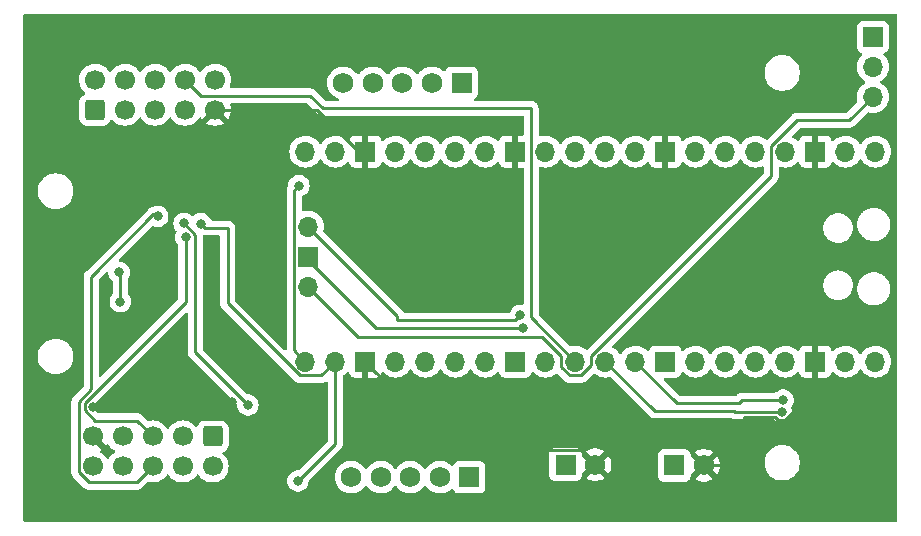
<source format=gbr>
%TF.GenerationSoftware,KiCad,Pcbnew,7.0.1-1.fc37*%
%TF.CreationDate,2023-03-22T21:56:34-05:00*%
%TF.ProjectId,main_board,6d61696e-5f62-46f6-9172-642e6b696361,rev?*%
%TF.SameCoordinates,Original*%
%TF.FileFunction,Copper,L2,Bot*%
%TF.FilePolarity,Positive*%
%FSLAX46Y46*%
G04 Gerber Fmt 4.6, Leading zero omitted, Abs format (unit mm)*
G04 Created by KiCad (PCBNEW 7.0.1-1.fc37) date 2023-03-22 21:56:34*
%MOMM*%
%LPD*%
G01*
G04 APERTURE LIST*
G04 Aperture macros list*
%AMRoundRect*
0 Rectangle with rounded corners*
0 $1 Rounding radius*
0 $2 $3 $4 $5 $6 $7 $8 $9 X,Y pos of 4 corners*
0 Add a 4 corners polygon primitive as box body*
4,1,4,$2,$3,$4,$5,$6,$7,$8,$9,$2,$3,0*
0 Add four circle primitives for the rounded corners*
1,1,$1+$1,$2,$3*
1,1,$1+$1,$4,$5*
1,1,$1+$1,$6,$7*
1,1,$1+$1,$8,$9*
0 Add four rect primitives between the rounded corners*
20,1,$1+$1,$2,$3,$4,$5,0*
20,1,$1+$1,$4,$5,$6,$7,0*
20,1,$1+$1,$6,$7,$8,$9,0*
20,1,$1+$1,$8,$9,$2,$3,0*%
G04 Aperture macros list end*
%TA.AperFunction,ComponentPad*%
%ADD10R,1.750000X1.750000*%
%TD*%
%TA.AperFunction,ComponentPad*%
%ADD11C,1.750000*%
%TD*%
%TA.AperFunction,ComponentPad*%
%ADD12RoundRect,0.250000X0.600000X-0.600000X0.600000X0.600000X-0.600000X0.600000X-0.600000X-0.600000X0*%
%TD*%
%TA.AperFunction,ComponentPad*%
%ADD13C,1.700000*%
%TD*%
%TA.AperFunction,ComponentPad*%
%ADD14RoundRect,0.250000X-0.600000X0.600000X-0.600000X-0.600000X0.600000X-0.600000X0.600000X0.600000X0*%
%TD*%
%TA.AperFunction,ComponentPad*%
%ADD15O,1.700000X1.700000*%
%TD*%
%TA.AperFunction,ComponentPad*%
%ADD16R,1.700000X1.700000*%
%TD*%
%TA.AperFunction,ViaPad*%
%ADD17C,0.800000*%
%TD*%
%TA.AperFunction,Conductor*%
%ADD18C,0.250000*%
%TD*%
G04 APERTURE END LIST*
D10*
%TO.P,J12,1,Pin_1*%
%TO.N,Net-(J12-Pin_1)*%
X62741601Y-60228297D03*
D11*
%TO.P,J12,2,Pin_2*%
%TO.N,Net-(J12-Pin_2)*%
X60241601Y-60228297D03*
%TO.P,J12,3,Pin_3*%
%TO.N,Net-(J12-Pin_3)*%
X57741601Y-60228297D03*
%TO.P,J12,4,Pin_4*%
%TO.N,Net-(J12-Pin_4)*%
X55241601Y-60228297D03*
%TO.P,J12,5,Pin_5*%
%TO.N,Net-(J12-Pin_5)*%
X52741601Y-60228297D03*
%TD*%
D10*
%TO.P,J8,1,Pin_1*%
%TO.N,Net-(J8-Pin_1)*%
X62095641Y-26831617D03*
D11*
%TO.P,J8,2,Pin_2*%
%TO.N,Net-(J8-Pin_2)*%
X59595641Y-26831617D03*
%TO.P,J8,3,Pin_3*%
%TO.N,Net-(J8-Pin_3)*%
X57095641Y-26831617D03*
%TO.P,J8,4,Pin_4*%
%TO.N,Net-(J8-Pin_4)*%
X54595641Y-26831617D03*
%TO.P,J8,5,Pin_5*%
%TO.N,Net-(J8-Pin_5)*%
X52095641Y-26831617D03*
%TD*%
D10*
%TO.P,J5,1,Pin_1*%
%TO.N,3.3V*%
X80107542Y-59228823D03*
D11*
%TO.P,J5,2,Pin_2*%
%TO.N,GND*%
X82607542Y-59228823D03*
%TD*%
D12*
%TO.P,J10,1,Pin_1*%
%TO.N,unconnected-(J10-Pin_1-Pad1)*%
X31081671Y-29113830D03*
D13*
%TO.P,J10,2,Pin_2*%
%TO.N,5V LCD CLK*%
X31081671Y-26573830D03*
%TO.P,J10,3,Pin_3*%
%TO.N,Encoder B*%
X33621671Y-29113830D03*
%TO.P,J10,4,Pin_4*%
%TO.N,unconnected-(J10-Pin_4-Pad4)*%
X33621671Y-26573830D03*
%TO.P,J10,5,Pin_5*%
%TO.N,Encoder A*%
X36161671Y-29113830D03*
%TO.P,J10,6,Pin_6*%
%TO.N,5V LCD MOSI*%
X36161671Y-26573830D03*
%TO.P,J10,7,Pin_7*%
%TO.N,unconnected-(J10-Pin_7-Pad7)*%
X38701671Y-29113830D03*
%TO.P,J10,8,Pin_8*%
%TO.N,Reset*%
X38701671Y-26573830D03*
%TO.P,J10,9,Pin_9*%
%TO.N,GND*%
X41241671Y-29113830D03*
%TO.P,J10,10,Pin_10*%
%TO.N,unconnected-(J10-Pin_10-Pad10)*%
X41241671Y-26573830D03*
%TD*%
D10*
%TO.P,J3,1,Pin_1*%
%TO.N,3.3V*%
X70905936Y-59166929D03*
D11*
%TO.P,J3,2,Pin_2*%
%TO.N,GND*%
X73405936Y-59166929D03*
%TD*%
D14*
%TO.P,J9,1,Pin_1*%
%TO.N,5V Buzz*%
X41027765Y-56779055D03*
D13*
%TO.P,J9,2,Pin_2*%
%TO.N,Encoder Push*%
X41027765Y-59319055D03*
%TO.P,J9,3,Pin_3*%
%TO.N,5V LCD CS*%
X38487765Y-56779055D03*
%TO.P,J9,4,Pin_4*%
%TO.N,5V LCD RS*%
X38487765Y-59319055D03*
%TO.P,J9,5,Pin_5*%
%TO.N,5V LCD Reset*%
X35947765Y-56779055D03*
%TO.P,J9,6,Pin_6*%
%TO.N,5V Backlight*%
X35947765Y-59319055D03*
%TO.P,J9,7,Pin_7*%
%TO.N,unconnected-(J9-Pin_7-Pad7)*%
X33407765Y-56779055D03*
%TO.P,J9,8,Pin_8*%
%TO.N,unconnected-(J9-Pin_8-Pad8)*%
X33407765Y-59319055D03*
%TO.P,J9,9,Pin_9*%
%TO.N,GND*%
X30867765Y-56779055D03*
%TO.P,J9,10,Pin_10*%
%TO.N,+5V*%
X30867765Y-59319055D03*
%TD*%
D15*
%TO.P,U2,1,GPIO0*%
%TO.N,unconnected-(U2-GPIO0-Pad1)*%
X97130000Y-32660114D03*
%TO.P,U2,2,GPIO1*%
%TO.N,unconnected-(U2-GPIO1-Pad2)*%
X94590000Y-32660114D03*
D16*
%TO.P,U2,3,GND*%
%TO.N,GND*%
X92050000Y-32660114D03*
D15*
%TO.P,U2,4,GPIO2*%
%TO.N,Net-(U1-A1)*%
X89510000Y-32660114D03*
%TO.P,U2,5,GPIO3*%
%TO.N,Net-(U1-A2)*%
X86970000Y-32660114D03*
%TO.P,U2,6,GPIO4*%
%TO.N,Net-(U1-A3)*%
X84430000Y-32660114D03*
%TO.P,U2,7,GPIO5*%
%TO.N,Net-(U1-A4)*%
X81890000Y-32660114D03*
D16*
%TO.P,U2,8,GND*%
%TO.N,GND*%
X79350000Y-32660114D03*
D15*
%TO.P,U2,9,GPIO6*%
%TO.N,Net-(U1-A5)*%
X76810000Y-32660114D03*
%TO.P,U2,10,GPIO7*%
%TO.N,Net-(U1-A6)*%
X74270000Y-32660114D03*
%TO.P,U2,11,GPIO8*%
%TO.N,Net-(U1-A7)*%
X71730000Y-32660114D03*
%TO.P,U2,12,GPIO9*%
%TO.N,Net-(U1-A8)*%
X69190000Y-32660114D03*
D16*
%TO.P,U2,13,GND*%
%TO.N,GND*%
X66650000Y-32660114D03*
D15*
%TO.P,U2,14,GPIO10*%
%TO.N,Net-(J8-Pin_1)*%
X64110000Y-32660114D03*
%TO.P,U2,15,GPIO11*%
%TO.N,Net-(J8-Pin_2)*%
X61570000Y-32660114D03*
%TO.P,U2,16,GPIO12*%
%TO.N,Net-(J8-Pin_3)*%
X59030000Y-32660114D03*
%TO.P,U2,17,GPIO13*%
%TO.N,Net-(J8-Pin_4)*%
X56490000Y-32660114D03*
D16*
%TO.P,U2,18,GND*%
%TO.N,GND*%
X53950000Y-32660114D03*
D15*
%TO.P,U2,19,GPIO14*%
%TO.N,Net-(J8-Pin_5)*%
X51410000Y-32660114D03*
%TO.P,U2,20,GPIO15*%
%TO.N,unconnected-(U2-GPIO15-Pad20)*%
X48870000Y-32660114D03*
%TO.P,U2,21,GPIO16*%
%TO.N,Net-(U2-GPIO16)*%
X48870000Y-50440114D03*
%TO.P,U2,22,GPIO17*%
%TO.N,Net-(U2-GPIO17)*%
X51410000Y-50440114D03*
D16*
%TO.P,U2,23,GND*%
%TO.N,GND*%
X53950000Y-50440114D03*
D15*
%TO.P,U2,24,GPIO18*%
%TO.N,Net-(J12-Pin_5)*%
X56490000Y-50440114D03*
%TO.P,U2,25,GPIO19*%
%TO.N,Net-(J12-Pin_4)*%
X59030000Y-50440114D03*
%TO.P,U2,26,GPIO20*%
%TO.N,Net-(J12-Pin_3)*%
X61570000Y-50440114D03*
%TO.P,U2,27,GPIO21*%
%TO.N,Net-(J12-Pin_2)*%
X64110000Y-50440114D03*
D16*
%TO.P,U2,28,GND*%
%TO.N,unconnected-(U2-GND-Pad28)*%
X66650000Y-50440114D03*
D15*
%TO.P,U2,29,GPIO22*%
%TO.N,Net-(J12-Pin_1)*%
X69190000Y-50440114D03*
%TO.P,U2,30,RUN*%
%TO.N,Reset*%
X71730000Y-50440114D03*
%TO.P,U2,31,GPIO26_ADC0*%
%TO.N,Net-(J7-Pin_3)*%
X74270000Y-50440114D03*
%TO.P,U2,32,GPIO27_ADC1*%
%TO.N,Net-(J7-Pin_4)*%
X76810000Y-50440114D03*
D16*
%TO.P,U2,33,AGND*%
%TO.N,unconnected-(U2-AGND-Pad33)*%
X79350000Y-50440114D03*
D15*
%TO.P,U2,34,GPIO28_ADC2*%
%TO.N,Net-(U2-GPIO28_ADC2)*%
X81890000Y-50440114D03*
%TO.P,U2,35,ADC_VREF*%
%TO.N,unconnected-(U2-ADC_VREF-Pad35)*%
X84430000Y-50440114D03*
%TO.P,U2,36,3V3*%
%TO.N,3.3V*%
X86970000Y-50440114D03*
%TO.P,U2,37,3V3_EN*%
%TO.N,unconnected-(U2-3V3_EN-Pad37)*%
X89510000Y-50440114D03*
D16*
%TO.P,U2,38,GND*%
%TO.N,GND*%
X92050000Y-50440114D03*
D15*
%TO.P,U2,39,VSYS*%
%TO.N,unconnected-(U2-VSYS-Pad39)*%
X94590000Y-50440114D03*
%TO.P,U2,40,VBUS*%
%TO.N,+5V*%
X97130000Y-50440114D03*
%TO.P,U2,41,SWCLK*%
%TO.N,Net-(J1-Pin_1)*%
X49100000Y-39010114D03*
D16*
%TO.P,U2,42,GND*%
%TO.N,Net-(J1-Pin_2)*%
X49100000Y-41550114D03*
D15*
%TO.P,U2,43,SWDIO*%
%TO.N,Net-(J1-Pin_3)*%
X49100000Y-44090114D03*
%TD*%
D16*
%TO.P,J1,1,Pin_1*%
%TO.N,Net-(J1-Pin_1)*%
X96916842Y-22939838D03*
D15*
%TO.P,J1,2,Pin_2*%
%TO.N,Net-(J1-Pin_2)*%
X96916842Y-25479838D03*
%TO.P,J1,3,Pin_3*%
%TO.N,Net-(J1-Pin_3)*%
X96916842Y-28019838D03*
%TD*%
D17*
%TO.N,+5V*%
X33097486Y-42885560D03*
X33196517Y-45361329D03*
%TO.N,Net-(J1-Pin_2)*%
X67337307Y-47616213D03*
%TO.N,Net-(J1-Pin_1)*%
X67078176Y-46510369D03*
%TO.N,Net-(J7-Pin_3)*%
X89194466Y-54681090D03*
%TO.N,Net-(J7-Pin_4)*%
X89320898Y-53689616D03*
%TO.N,Net-(U2-GPIO16)*%
X48322838Y-35539848D03*
%TO.N,Net-(U2-GPIO17)*%
X48245064Y-60548250D03*
X40023249Y-38752502D03*
%TO.N,5V Buzz*%
X44003246Y-54121423D03*
X38605988Y-38736782D03*
%TO.N,5V LCD Reset*%
X38751152Y-39906545D03*
%TO.N,5V Backlight*%
X36374241Y-38141593D03*
%TO.N,GND*%
X92082636Y-28652067D03*
X30915522Y-54259827D03*
X32954439Y-37401062D03*
X42675899Y-53841945D03*
%TD*%
D18*
%TO.N,+5V*%
X33196517Y-42984591D02*
X33097486Y-42885560D01*
X33196517Y-45361329D02*
X33196517Y-42984591D01*
%TO.N,Net-(J1-Pin_2)*%
X49100000Y-41860905D02*
X54875939Y-47636844D01*
X54875939Y-47636844D02*
X67316676Y-47636844D01*
X67316676Y-47636844D02*
X67337307Y-47616213D01*
X49100000Y-41550114D02*
X49100000Y-41860905D01*
%TO.N,Net-(J1-Pin_3)*%
X71243299Y-51615114D02*
X72216701Y-51615114D01*
X49100000Y-44090114D02*
X53351099Y-48341213D01*
X72216701Y-51615114D02*
X73095000Y-50736815D01*
X68942800Y-48341213D02*
X70555000Y-49953413D01*
X88335000Y-32173413D02*
X90508413Y-30000000D01*
X53351099Y-48341213D02*
X68942800Y-48341213D01*
X90508413Y-30000000D02*
X94936680Y-30000000D01*
X70555000Y-49953413D02*
X70555000Y-50926815D01*
X73095000Y-50736815D02*
X73095000Y-49953413D01*
X70555000Y-50926815D02*
X71243299Y-51615114D01*
X88335000Y-34713413D02*
X88335000Y-32173413D01*
X73095000Y-49953413D02*
X88335000Y-34713413D01*
X94936680Y-30000000D02*
X96916842Y-28019838D01*
%TO.N,Net-(J1-Pin_1)*%
X66632538Y-46956007D02*
X67078176Y-46510369D01*
X56650240Y-46560354D02*
X56650240Y-46956007D01*
X49100000Y-39010114D02*
X56650240Y-46560354D01*
X56650240Y-46956007D02*
X66632538Y-46956007D01*
%TO.N,Net-(J7-Pin_3)*%
X78437275Y-54607389D02*
X74270000Y-50440114D01*
X89194466Y-54681090D02*
X85241900Y-54681090D01*
X85168199Y-54607389D02*
X78437275Y-54607389D01*
X85241900Y-54681090D02*
X85168199Y-54607389D01*
%TO.N,Net-(J7-Pin_4)*%
X80317070Y-53947184D02*
X76810000Y-50440114D01*
X85601344Y-53947184D02*
X80317070Y-53947184D01*
X89320898Y-53689616D02*
X85858912Y-53689616D01*
X85858912Y-53689616D02*
X85601344Y-53947184D01*
%TO.N,Net-(U2-GPIO16)*%
X47925000Y-49495114D02*
X48870000Y-50440114D01*
X48322838Y-35539848D02*
X47925000Y-35937686D01*
X47925000Y-35937686D02*
X47925000Y-49495114D01*
%TO.N,Net-(U2-GPIO17)*%
X50235000Y-51615114D02*
X51410000Y-50440114D01*
X48383299Y-51615114D02*
X50235000Y-51615114D01*
X42284582Y-39120304D02*
X42284582Y-45516397D01*
X40023249Y-38752502D02*
X40391051Y-39120304D01*
X40391051Y-39120304D02*
X42284582Y-39120304D01*
X42284582Y-45516397D02*
X48383299Y-51615114D01*
X51410000Y-57383314D02*
X51410000Y-50440114D01*
X48245064Y-60548250D02*
X51410000Y-57383314D01*
%TO.N,Reset*%
X67986914Y-29000000D02*
X67986914Y-46697028D01*
X49291371Y-27938830D02*
X50352541Y-29000000D01*
X40066671Y-27938830D02*
X49291371Y-27938830D01*
X38701671Y-26573830D02*
X40066671Y-27938830D01*
X50352541Y-29000000D02*
X67986914Y-29000000D01*
X67986914Y-46697028D02*
X71730000Y-50440114D01*
%TO.N,5V Buzz*%
X38605988Y-38736782D02*
X39549029Y-39679823D01*
X39549029Y-39679823D02*
X39549029Y-49667206D01*
X39549029Y-49667206D02*
X44003246Y-54121423D01*
%TO.N,5V LCD Reset*%
X30190522Y-53959522D02*
X30190522Y-54560132D01*
X30190522Y-54560132D02*
X31070294Y-55439904D01*
X38751152Y-39906545D02*
X38751152Y-45398892D01*
X38751152Y-45398892D02*
X30190522Y-53959522D01*
X34608614Y-55439904D02*
X35947765Y-56779055D01*
X31070294Y-55439904D02*
X34608614Y-55439904D01*
%TO.N,5V Backlight*%
X36374241Y-38141593D02*
X36217413Y-37984765D01*
X36001160Y-37984765D02*
X30736213Y-43249712D01*
X30556838Y-60669829D02*
X34596991Y-60669829D01*
X29692765Y-53820883D02*
X29692765Y-59805756D01*
X29692765Y-59805756D02*
X30556838Y-60669829D01*
X30736213Y-43249712D02*
X30736213Y-52777435D01*
X30736213Y-52777435D02*
X29692765Y-53820883D01*
X34596991Y-60669829D02*
X35947765Y-59319055D01*
X36217413Y-37984765D02*
X36001160Y-37984765D01*
%TO.N,GND*%
X31348597Y-53826752D02*
X42660706Y-53826752D01*
X53950000Y-50440114D02*
X61476815Y-57966929D01*
X91737971Y-50752143D02*
X92050000Y-50440114D01*
X72205936Y-57966929D02*
X73405936Y-59166929D01*
X41241671Y-29113830D02*
X32954439Y-37401062D01*
X88619161Y-55131090D02*
X88894161Y-55406090D01*
X49829975Y-29113830D02*
X53376259Y-32660114D01*
X30915522Y-54259827D02*
X31348597Y-53826752D01*
X86000000Y-58900861D02*
X86000000Y-55131090D01*
X61476815Y-57966929D02*
X72205936Y-57966929D01*
X53376259Y-32660114D02*
X53950000Y-32660114D01*
X88894161Y-55406090D02*
X89494771Y-55406090D01*
X41241671Y-29113830D02*
X49829975Y-29113830D01*
X89494771Y-55406090D02*
X92050000Y-52850861D01*
X92050000Y-52850861D02*
X92050000Y-50440114D01*
X82607542Y-59228823D02*
X85672038Y-59228823D01*
X85672038Y-59228823D02*
X86000000Y-58900861D01*
X86000000Y-55131090D02*
X88619161Y-55131090D01*
X42660706Y-53826752D02*
X42675899Y-53841945D01*
%TD*%
%TA.AperFunction,Conductor*%
%TO.N,GND*%
G36*
X30955445Y-56513183D02*
G01*
X31982690Y-57540428D01*
X32035884Y-57464460D01*
X32080202Y-57425594D01*
X32137459Y-57411583D01*
X32194716Y-57425594D01*
X32239032Y-57464457D01*
X32369270Y-57650456D01*
X32536364Y-57817550D01*
X32721925Y-57947481D01*
X32760789Y-57991798D01*
X32774800Y-58049055D01*
X32760789Y-58106312D01*
X32721923Y-58150630D01*
X32547320Y-58272889D01*
X32536360Y-58280563D01*
X32369270Y-58447653D01*
X32239340Y-58633214D01*
X32195022Y-58672080D01*
X32137765Y-58686091D01*
X32080508Y-58672080D01*
X32036190Y-58633214D01*
X31993434Y-58572152D01*
X31906260Y-58447654D01*
X31739166Y-58280560D01*
X31553167Y-58150322D01*
X31514304Y-58106006D01*
X31500293Y-58048749D01*
X31514304Y-57991492D01*
X31553170Y-57947174D01*
X31629138Y-57893980D01*
X30601893Y-56866735D01*
X30569799Y-56811148D01*
X30569799Y-56746960D01*
X30601893Y-56691373D01*
X30780083Y-56513183D01*
X30835670Y-56481089D01*
X30899858Y-56481089D01*
X30955445Y-56513183D01*
G37*
%TD.AperFunction*%
%TA.AperFunction,Conductor*%
G36*
X98937500Y-21017113D02*
G01*
X98982887Y-21062500D01*
X98999500Y-21124500D01*
X98999500Y-63875500D01*
X98982887Y-63937500D01*
X98937500Y-63982887D01*
X98875500Y-63999500D01*
X25124500Y-63999500D01*
X25062500Y-63982887D01*
X25017113Y-63937500D01*
X25000500Y-63875500D01*
X25000500Y-53801077D01*
X29062605Y-53801077D01*
X29066715Y-53844558D01*
X29067265Y-53856227D01*
X29067265Y-59723012D01*
X29065000Y-59743518D01*
X29067204Y-59813629D01*
X29067265Y-59817524D01*
X29067265Y-59845105D01*
X29067768Y-59849090D01*
X29068683Y-59860723D01*
X29070055Y-59904382D01*
X29075644Y-59923616D01*
X29079590Y-59942672D01*
X29082100Y-59962548D01*
X29098179Y-60003160D01*
X29101962Y-60014207D01*
X29114147Y-60056147D01*
X29124345Y-60073391D01*
X29132901Y-60090856D01*
X29140279Y-60109488D01*
X29140280Y-60109489D01*
X29165945Y-60144815D01*
X29172358Y-60154578D01*
X29194591Y-60192172D01*
X29194594Y-60192175D01*
X29194595Y-60192176D01*
X29208760Y-60206341D01*
X29221392Y-60221131D01*
X29233171Y-60237343D01*
X29266823Y-60265182D01*
X29275464Y-60273045D01*
X30056035Y-61053616D01*
X30068936Y-61069718D01*
X30071050Y-61071703D01*
X30071052Y-61071706D01*
X30118399Y-61116168D01*
X30120078Y-61117745D01*
X30122874Y-61120455D01*
X30142368Y-61139949D01*
X30145542Y-61142411D01*
X30154406Y-61149982D01*
X30186256Y-61179891D01*
X30196752Y-61185661D01*
X30203812Y-61189543D01*
X30220069Y-61200221D01*
X30235902Y-61212503D01*
X30252023Y-61219478D01*
X30275994Y-61229852D01*
X30286481Y-61234989D01*
X30324746Y-61256026D01*
X30344154Y-61261009D01*
X30362548Y-61267307D01*
X30380943Y-61275267D01*
X30424092Y-61282100D01*
X30435518Y-61284467D01*
X30451060Y-61288458D01*
X30477818Y-61295329D01*
X30477819Y-61295329D01*
X30497854Y-61295329D01*
X30517251Y-61296855D01*
X30537034Y-61299989D01*
X30580512Y-61295879D01*
X30592182Y-61295329D01*
X34514247Y-61295329D01*
X34534753Y-61297593D01*
X34537656Y-61297501D01*
X34537658Y-61297502D01*
X34604863Y-61295390D01*
X34608759Y-61295329D01*
X34636340Y-61295329D01*
X34636341Y-61295329D01*
X34640310Y-61294827D01*
X34651956Y-61293909D01*
X34695618Y-61292538D01*
X34714850Y-61286949D01*
X34733909Y-61283003D01*
X34741082Y-61282097D01*
X34753783Y-61280493D01*
X34794398Y-61264411D01*
X34805435Y-61260632D01*
X34847381Y-61248447D01*
X34864620Y-61238251D01*
X34882093Y-61229691D01*
X34900723Y-61222315D01*
X34936055Y-61196643D01*
X34945821Y-61190229D01*
X34983409Y-61168000D01*
X34983408Y-61168000D01*
X34983411Y-61167999D01*
X34997576Y-61153833D01*
X35012364Y-61141202D01*
X35028578Y-61129423D01*
X35056429Y-61095755D01*
X35064270Y-61087138D01*
X35492118Y-60659290D01*
X35547704Y-60627198D01*
X35611891Y-60627198D01*
X35712357Y-60654118D01*
X35947765Y-60674714D01*
X36183173Y-60654118D01*
X36411428Y-60592958D01*
X36625595Y-60493090D01*
X36819166Y-60357550D01*
X36986260Y-60190456D01*
X37116191Y-60004894D01*
X37160508Y-59966030D01*
X37217765Y-59952019D01*
X37275022Y-59966030D01*
X37319338Y-60004894D01*
X37449270Y-60190456D01*
X37616364Y-60357550D01*
X37809935Y-60493090D01*
X38024102Y-60592958D01*
X38252357Y-60654118D01*
X38487765Y-60674714D01*
X38723173Y-60654118D01*
X38951428Y-60592958D01*
X39165595Y-60493090D01*
X39359166Y-60357550D01*
X39526260Y-60190456D01*
X39656191Y-60004894D01*
X39700508Y-59966030D01*
X39757765Y-59952019D01*
X39815022Y-59966030D01*
X39859338Y-60004894D01*
X39989270Y-60190456D01*
X40156364Y-60357550D01*
X40349935Y-60493090D01*
X40564102Y-60592958D01*
X40792357Y-60654118D01*
X41027765Y-60674714D01*
X41263173Y-60654118D01*
X41491428Y-60592958D01*
X41705595Y-60493090D01*
X41899166Y-60357550D01*
X42066260Y-60190456D01*
X42201800Y-59996885D01*
X42301668Y-59782718D01*
X42362828Y-59554463D01*
X42383424Y-59319055D01*
X42375529Y-59228822D01*
X42362828Y-59083647D01*
X42340880Y-59001735D01*
X42301668Y-58855392D01*
X42201800Y-58641226D01*
X42066260Y-58447654D01*
X41899166Y-58280560D01*
X41891495Y-58272889D01*
X41894070Y-58270313D01*
X41864004Y-58233375D01*
X41855192Y-58166299D01*
X41882900Y-58104581D01*
X41938876Y-58066593D01*
X41947099Y-58063869D01*
X42096421Y-57971767D01*
X42220477Y-57847711D01*
X42312579Y-57698389D01*
X42367764Y-57531852D01*
X42378265Y-57429064D01*
X42378264Y-56129047D01*
X42367764Y-56026258D01*
X42312579Y-55859721D01*
X42220477Y-55710399D01*
X42220476Y-55710397D01*
X42096422Y-55586343D01*
X41947099Y-55494241D01*
X41780562Y-55439055D01*
X41677774Y-55428555D01*
X40377756Y-55428555D01*
X40274968Y-55439055D01*
X40108430Y-55494241D01*
X39959107Y-55586343D01*
X39835053Y-55710397D01*
X39742950Y-55859721D01*
X39740225Y-55867947D01*
X39702230Y-55923926D01*
X39640507Y-55951629D01*
X39573429Y-55942809D01*
X39536508Y-55912747D01*
X39533931Y-55915325D01*
X39359169Y-55740563D01*
X39359168Y-55740562D01*
X39359166Y-55740560D01*
X39165595Y-55605020D01*
X38951428Y-55505152D01*
X38890266Y-55488764D01*
X38723172Y-55443991D01*
X38487765Y-55423395D01*
X38252357Y-55443991D01*
X38024101Y-55505152D01*
X37809935Y-55605020D01*
X37616363Y-55740560D01*
X37449273Y-55907650D01*
X37319339Y-56093215D01*
X37275020Y-56132081D01*
X37217764Y-56146091D01*
X37160507Y-56132080D01*
X37116191Y-56093216D01*
X36986260Y-55907654D01*
X36819166Y-55740560D01*
X36625595Y-55605020D01*
X36411428Y-55505152D01*
X36350266Y-55488764D01*
X36183172Y-55443991D01*
X35947765Y-55423395D01*
X35712356Y-55443991D01*
X35611890Y-55470910D01*
X35547704Y-55470910D01*
X35492117Y-55438816D01*
X35109416Y-55056115D01*
X35096520Y-55040017D01*
X35045389Y-54992002D01*
X35042592Y-54989291D01*
X35023084Y-54969783D01*
X35019904Y-54967316D01*
X35011038Y-54959743D01*
X34979196Y-54929842D01*
X34961638Y-54920189D01*
X34945378Y-54909508D01*
X34929550Y-54897231D01*
X34889465Y-54879884D01*
X34878975Y-54874745D01*
X34840705Y-54853706D01*
X34821305Y-54848725D01*
X34802898Y-54842423D01*
X34784511Y-54834466D01*
X34741372Y-54827633D01*
X34729938Y-54825265D01*
X34687633Y-54814404D01*
X34667598Y-54814404D01*
X34648200Y-54812877D01*
X34640776Y-54811701D01*
X34628419Y-54809744D01*
X34628418Y-54809744D01*
X34595365Y-54812868D01*
X34584939Y-54813854D01*
X34573270Y-54814404D01*
X31380747Y-54814404D01*
X31333294Y-54804965D01*
X31293066Y-54778085D01*
X30862488Y-54347507D01*
X30830394Y-54291920D01*
X30830394Y-54227732D01*
X30862486Y-54172147D01*
X38711847Y-46322787D01*
X38761211Y-46292537D01*
X38818927Y-46287995D01*
X38872414Y-46310150D01*
X38910014Y-46354173D01*
X38923529Y-46410468D01*
X38923529Y-49584462D01*
X38921264Y-49604968D01*
X38923468Y-49675079D01*
X38923529Y-49678974D01*
X38923529Y-49706555D01*
X38924032Y-49710540D01*
X38924947Y-49722173D01*
X38926319Y-49765832D01*
X38931908Y-49785066D01*
X38935854Y-49804122D01*
X38938364Y-49823998D01*
X38954443Y-49864610D01*
X38958226Y-49875657D01*
X38970411Y-49917597D01*
X38980609Y-49934841D01*
X38989165Y-49952306D01*
X38996543Y-49970938D01*
X39007095Y-49985462D01*
X39022209Y-50006265D01*
X39028622Y-50016028D01*
X39050855Y-50053622D01*
X39050858Y-50053625D01*
X39050859Y-50053626D01*
X39065024Y-50067791D01*
X39077656Y-50082581D01*
X39089435Y-50098793D01*
X39123087Y-50126632D01*
X39131728Y-50134495D01*
X43064284Y-54067052D01*
X43088523Y-54101349D01*
X43099924Y-54141771D01*
X43117572Y-54309680D01*
X43176066Y-54489707D01*
X43270712Y-54653639D01*
X43397375Y-54794312D01*
X43550515Y-54905574D01*
X43723443Y-54982567D01*
X43908598Y-55021923D01*
X43908600Y-55021923D01*
X44097892Y-55021923D01*
X44097894Y-55021923D01*
X44244894Y-54990677D01*
X44283049Y-54982567D01*
X44455976Y-54905574D01*
X44498409Y-54874745D01*
X44609116Y-54794312D01*
X44735779Y-54653639D01*
X44830425Y-54489707D01*
X44830424Y-54489707D01*
X44888920Y-54309679D01*
X44908706Y-54121423D01*
X44888920Y-53933167D01*
X44846001Y-53801077D01*
X44830425Y-53753138D01*
X44735779Y-53589206D01*
X44609116Y-53448533D01*
X44455976Y-53337271D01*
X44283048Y-53260278D01*
X44097894Y-53220923D01*
X44097892Y-53220923D01*
X44038698Y-53220923D01*
X43991245Y-53211484D01*
X43951017Y-53184604D01*
X40210848Y-49444434D01*
X40183968Y-49404206D01*
X40174529Y-49356753D01*
X40174529Y-39869804D01*
X40191142Y-39807804D01*
X40236529Y-39762417D01*
X40298529Y-39745804D01*
X40312032Y-39745804D01*
X40332067Y-39745804D01*
X40351464Y-39747330D01*
X40371247Y-39750464D01*
X40414725Y-39746354D01*
X40426395Y-39745804D01*
X41535082Y-39745804D01*
X41597082Y-39762417D01*
X41642469Y-39807804D01*
X41659082Y-39869804D01*
X41659082Y-45433653D01*
X41656817Y-45454159D01*
X41659021Y-45524270D01*
X41659082Y-45528165D01*
X41659082Y-45555746D01*
X41659585Y-45559731D01*
X41660500Y-45571364D01*
X41661872Y-45615023D01*
X41667461Y-45634257D01*
X41671407Y-45653313D01*
X41673917Y-45673189D01*
X41689996Y-45713801D01*
X41693779Y-45724848D01*
X41705964Y-45766788D01*
X41716162Y-45784032D01*
X41724718Y-45801497D01*
X41732096Y-45820129D01*
X41732097Y-45820130D01*
X41757762Y-45855456D01*
X41764175Y-45865219D01*
X41786408Y-45902813D01*
X41786411Y-45902816D01*
X41786412Y-45902817D01*
X41800577Y-45916982D01*
X41813209Y-45931772D01*
X41824988Y-45947984D01*
X41858640Y-45975823D01*
X41867281Y-45983686D01*
X47882495Y-51998901D01*
X47895395Y-52015002D01*
X47946522Y-52063014D01*
X47949319Y-52065725D01*
X47968828Y-52085234D01*
X47972010Y-52087702D01*
X47980870Y-52095269D01*
X48012717Y-52125176D01*
X48030269Y-52134825D01*
X48046537Y-52145511D01*
X48062363Y-52157787D01*
X48102445Y-52175131D01*
X48112932Y-52180269D01*
X48151206Y-52201311D01*
X48159709Y-52203493D01*
X48170607Y-52206292D01*
X48189012Y-52212592D01*
X48207403Y-52220551D01*
X48250549Y-52227384D01*
X48261967Y-52229749D01*
X48304280Y-52240614D01*
X48324315Y-52240614D01*
X48343714Y-52242141D01*
X48363495Y-52245274D01*
X48406973Y-52241164D01*
X48418643Y-52240614D01*
X50152256Y-52240614D01*
X50172762Y-52242878D01*
X50175665Y-52242786D01*
X50175667Y-52242787D01*
X50242872Y-52240675D01*
X50246768Y-52240614D01*
X50274349Y-52240614D01*
X50274350Y-52240614D01*
X50278319Y-52240112D01*
X50289965Y-52239194D01*
X50333627Y-52237823D01*
X50352859Y-52232234D01*
X50371918Y-52228288D01*
X50379099Y-52227381D01*
X50391792Y-52225778D01*
X50432407Y-52209696D01*
X50443444Y-52205917D01*
X50485390Y-52193732D01*
X50502629Y-52183536D01*
X50520102Y-52174976D01*
X50538732Y-52167600D01*
X50574064Y-52141928D01*
X50583824Y-52135517D01*
X50597384Y-52127498D01*
X50659531Y-52110238D01*
X50721940Y-52126525D01*
X50767725Y-52171955D01*
X50784500Y-52234234D01*
X50784500Y-57072861D01*
X50775061Y-57120314D01*
X50748181Y-57160542D01*
X48297292Y-59611431D01*
X48257064Y-59638311D01*
X48209611Y-59647750D01*
X48150416Y-59647750D01*
X47965261Y-59687105D01*
X47792333Y-59764098D01*
X47639193Y-59875360D01*
X47512530Y-60016033D01*
X47417884Y-60179965D01*
X47359390Y-60359992D01*
X47339604Y-60548250D01*
X47359390Y-60736507D01*
X47417884Y-60916534D01*
X47512530Y-61080466D01*
X47639193Y-61221139D01*
X47792333Y-61332401D01*
X47965261Y-61409394D01*
X48150416Y-61448750D01*
X48150418Y-61448750D01*
X48339710Y-61448750D01*
X48339712Y-61448750D01*
X48463147Y-61422512D01*
X48524867Y-61409394D01*
X48697794Y-61332401D01*
X48697793Y-61332401D01*
X48850934Y-61221139D01*
X48851337Y-61220692D01*
X48977597Y-61080466D01*
X49072243Y-60916534D01*
X49130738Y-60736506D01*
X49148386Y-60568591D01*
X49159784Y-60528177D01*
X49184021Y-60493882D01*
X49449606Y-60228297D01*
X51361386Y-60228297D01*
X51380210Y-60455467D01*
X51380210Y-60455469D01*
X51380211Y-60455473D01*
X51435731Y-60674714D01*
X51436172Y-60676455D01*
X51527737Y-60885203D01*
X51527739Y-60885206D01*
X51652418Y-61076042D01*
X51806807Y-61243753D01*
X51986695Y-61383766D01*
X52187175Y-61492260D01*
X52241075Y-61510764D01*
X52402775Y-61566277D01*
X52627624Y-61603797D01*
X52855578Y-61603797D01*
X53080426Y-61566277D01*
X53188225Y-61529268D01*
X53296027Y-61492260D01*
X53496507Y-61383766D01*
X53676395Y-61243753D01*
X53830784Y-61076042D01*
X53887792Y-60988783D01*
X53932582Y-60947551D01*
X53991599Y-60932605D01*
X54050617Y-60947550D01*
X54095408Y-60988783D01*
X54137766Y-61053616D01*
X54152418Y-61076042D01*
X54306807Y-61243753D01*
X54486695Y-61383766D01*
X54687175Y-61492260D01*
X54741075Y-61510764D01*
X54902775Y-61566277D01*
X55127624Y-61603797D01*
X55355578Y-61603797D01*
X55580426Y-61566277D01*
X55688225Y-61529268D01*
X55796027Y-61492260D01*
X55996507Y-61383766D01*
X56176395Y-61243753D01*
X56330784Y-61076042D01*
X56387792Y-60988783D01*
X56432582Y-60947551D01*
X56491599Y-60932605D01*
X56550617Y-60947550D01*
X56595408Y-60988783D01*
X56637766Y-61053616D01*
X56652418Y-61076042D01*
X56806807Y-61243753D01*
X56986695Y-61383766D01*
X57187175Y-61492260D01*
X57241075Y-61510764D01*
X57402775Y-61566277D01*
X57627624Y-61603797D01*
X57855578Y-61603797D01*
X58080426Y-61566277D01*
X58188225Y-61529268D01*
X58296027Y-61492260D01*
X58496507Y-61383766D01*
X58676395Y-61243753D01*
X58830784Y-61076042D01*
X58887792Y-60988783D01*
X58932582Y-60947551D01*
X58991599Y-60932605D01*
X59050617Y-60947550D01*
X59095408Y-60988783D01*
X59137766Y-61053616D01*
X59152418Y-61076042D01*
X59306807Y-61243753D01*
X59486695Y-61383766D01*
X59687175Y-61492260D01*
X59741075Y-61510764D01*
X59902775Y-61566277D01*
X60127624Y-61603797D01*
X60355578Y-61603797D01*
X60580426Y-61566277D01*
X60688225Y-61529268D01*
X60796027Y-61492260D01*
X60996507Y-61383766D01*
X61176395Y-61243753D01*
X61187898Y-61231256D01*
X61240519Y-61197404D01*
X61302974Y-61193555D01*
X61359356Y-61220692D01*
X61395308Y-61271906D01*
X61422805Y-61345628D01*
X61509055Y-61460843D01*
X61624270Y-61547093D01*
X61759118Y-61597388D01*
X61818728Y-61603797D01*
X63664473Y-61603796D01*
X63724084Y-61597388D01*
X63858932Y-61547093D01*
X63974147Y-61460843D01*
X64060397Y-61345628D01*
X64110692Y-61210780D01*
X64117101Y-61151170D01*
X64117100Y-60089798D01*
X69530436Y-60089798D01*
X69536845Y-60149413D01*
X69552793Y-60192172D01*
X69587140Y-60284260D01*
X69673390Y-60399475D01*
X69788605Y-60485725D01*
X69923453Y-60536020D01*
X69983063Y-60542429D01*
X71828808Y-60542428D01*
X71888419Y-60536020D01*
X72023267Y-60485725D01*
X72138482Y-60399475D01*
X72211852Y-60301465D01*
X72624951Y-60301465D01*
X72624952Y-60301466D01*
X72651304Y-60321977D01*
X72851713Y-60430432D01*
X73067233Y-60504421D01*
X73292001Y-60541929D01*
X73519871Y-60541929D01*
X73744638Y-60504421D01*
X73960158Y-60430432D01*
X74160566Y-60321979D01*
X74186918Y-60301466D01*
X74186918Y-60301465D01*
X74037145Y-60151692D01*
X78732042Y-60151692D01*
X78738451Y-60211306D01*
X78788746Y-60346154D01*
X78874996Y-60461369D01*
X78990211Y-60547619D01*
X79125059Y-60597914D01*
X79184669Y-60604323D01*
X81030414Y-60604322D01*
X81090025Y-60597914D01*
X81224873Y-60547619D01*
X81340088Y-60461369D01*
X81413458Y-60363359D01*
X81826557Y-60363359D01*
X81826558Y-60363360D01*
X81852910Y-60383871D01*
X82053319Y-60492326D01*
X82268839Y-60566315D01*
X82493607Y-60603823D01*
X82721477Y-60603823D01*
X82946244Y-60566315D01*
X83161764Y-60492326D01*
X83362172Y-60383873D01*
X83388524Y-60363360D01*
X83388524Y-60363359D01*
X82607543Y-59582376D01*
X82607542Y-59582376D01*
X81826557Y-60363359D01*
X81413458Y-60363359D01*
X81426338Y-60346154D01*
X81476633Y-60211306D01*
X81483042Y-60151696D01*
X81483041Y-60051126D01*
X81492480Y-60003678D01*
X81519360Y-59963449D01*
X82253986Y-59228824D01*
X82961095Y-59228824D01*
X83740666Y-60008393D01*
X83820961Y-59885493D01*
X83912495Y-59676817D01*
X83968437Y-59455910D01*
X83987254Y-59228823D01*
X83978596Y-59124335D01*
X87749500Y-59124335D01*
X87790429Y-59369615D01*
X87853887Y-59554462D01*
X87871172Y-59604810D01*
X87985230Y-59815570D01*
X87989529Y-59823514D01*
X88098446Y-59963449D01*
X88142262Y-60019744D01*
X88325215Y-60188164D01*
X88533393Y-60324173D01*
X88761119Y-60424063D01*
X89002179Y-60485108D01*
X89076480Y-60491264D01*
X89187927Y-60500500D01*
X89187933Y-60500500D01*
X89312067Y-60500500D01*
X89312073Y-60500500D01*
X89413387Y-60492104D01*
X89497821Y-60485108D01*
X89738881Y-60424063D01*
X89966607Y-60324173D01*
X90174785Y-60188164D01*
X90357738Y-60019744D01*
X90510474Y-59823509D01*
X90628828Y-59604810D01*
X90709571Y-59369614D01*
X90750500Y-59124335D01*
X90750500Y-58875665D01*
X90709571Y-58630386D01*
X90628828Y-58395190D01*
X90510474Y-58176491D01*
X90510471Y-58176487D01*
X90510470Y-58176485D01*
X90398316Y-58032391D01*
X90357738Y-57980256D01*
X90174785Y-57811836D01*
X89966607Y-57675827D01*
X89966604Y-57675825D01*
X89784622Y-57596001D01*
X89738881Y-57575937D01*
X89497821Y-57514892D01*
X89497819Y-57514891D01*
X89497816Y-57514891D01*
X89312073Y-57499500D01*
X89312067Y-57499500D01*
X89187933Y-57499500D01*
X89187927Y-57499500D01*
X89002183Y-57514891D01*
X89002179Y-57514891D01*
X89002179Y-57514892D01*
X88761119Y-57575937D01*
X88761116Y-57575938D01*
X88761117Y-57575938D01*
X88533395Y-57675825D01*
X88453860Y-57727788D01*
X88325215Y-57811836D01*
X88192094Y-57934383D01*
X88142259Y-57980259D01*
X87989529Y-58176485D01*
X87871170Y-58395194D01*
X87790429Y-58630384D01*
X87749500Y-58875665D01*
X87749500Y-59124335D01*
X83978596Y-59124335D01*
X83968437Y-59001735D01*
X83912495Y-58780827D01*
X83820962Y-58572152D01*
X83740666Y-58449251D01*
X82961095Y-59228823D01*
X82961095Y-59228824D01*
X82253986Y-59228824D01*
X82253988Y-59228822D01*
X82253988Y-59228821D01*
X81519360Y-58494195D01*
X81492480Y-58453967D01*
X81483041Y-58406514D01*
X81483041Y-58305953D01*
X81483041Y-58305950D01*
X81476633Y-58246340D01*
X81426338Y-58111492D01*
X81413457Y-58094285D01*
X81826558Y-58094285D01*
X82607542Y-58875269D01*
X82607543Y-58875269D01*
X83388525Y-58094285D01*
X83388524Y-58094284D01*
X83362176Y-58073776D01*
X83161764Y-57965319D01*
X82946244Y-57891330D01*
X82721477Y-57853823D01*
X82493607Y-57853823D01*
X82268839Y-57891330D01*
X82053319Y-57965319D01*
X81852909Y-58073775D01*
X81826558Y-58094283D01*
X81826558Y-58094285D01*
X81413457Y-58094285D01*
X81340088Y-57996277D01*
X81224873Y-57910027D01*
X81090025Y-57859732D01*
X81030415Y-57853323D01*
X81030411Y-57853323D01*
X79184672Y-57853323D01*
X79125057Y-57859732D01*
X78990211Y-57910027D01*
X78874996Y-57996277D01*
X78788746Y-58111491D01*
X78738451Y-58246338D01*
X78738451Y-58246340D01*
X78734772Y-58280563D01*
X78732042Y-58305953D01*
X78732042Y-60151692D01*
X74037145Y-60151692D01*
X73405937Y-59520482D01*
X73405936Y-59520482D01*
X72624951Y-60301465D01*
X72211852Y-60301465D01*
X72224732Y-60284260D01*
X72275027Y-60149412D01*
X72281436Y-60089802D01*
X72281435Y-59989232D01*
X72290874Y-59941784D01*
X72317754Y-59901555D01*
X73052382Y-59166930D01*
X73759489Y-59166930D01*
X74539060Y-59946499D01*
X74619355Y-59823599D01*
X74710889Y-59614923D01*
X74766831Y-59394016D01*
X74785648Y-59166929D01*
X74766831Y-58939841D01*
X74710889Y-58718933D01*
X74619356Y-58510258D01*
X74539060Y-58387357D01*
X73759489Y-59166929D01*
X73759489Y-59166930D01*
X73052382Y-59166930D01*
X73052382Y-59166929D01*
X72317754Y-58432301D01*
X72290874Y-58392073D01*
X72281435Y-58344620D01*
X72281435Y-58244059D01*
X72281435Y-58244056D01*
X72275027Y-58184446D01*
X72224732Y-58049598D01*
X72211851Y-58032391D01*
X72624952Y-58032391D01*
X73405936Y-58813375D01*
X73405937Y-58813375D01*
X74186919Y-58032391D01*
X74186918Y-58032390D01*
X74160570Y-58011882D01*
X73960158Y-57903425D01*
X73744638Y-57829436D01*
X73519871Y-57791929D01*
X73292001Y-57791929D01*
X73067233Y-57829436D01*
X72851713Y-57903425D01*
X72651303Y-58011881D01*
X72624952Y-58032389D01*
X72624952Y-58032391D01*
X72211851Y-58032391D01*
X72138482Y-57934383D01*
X72023267Y-57848133D01*
X71888419Y-57797838D01*
X71828809Y-57791429D01*
X71828805Y-57791429D01*
X69983066Y-57791429D01*
X69923451Y-57797838D01*
X69788605Y-57848133D01*
X69673390Y-57934383D01*
X69587140Y-58049597D01*
X69536845Y-58184444D01*
X69536845Y-58184446D01*
X69531585Y-58233375D01*
X69530436Y-58244059D01*
X69530436Y-60089798D01*
X64117100Y-60089798D01*
X64117100Y-59305425D01*
X64110692Y-59245814D01*
X64060397Y-59110966D01*
X63974147Y-58995751D01*
X63858932Y-58909501D01*
X63724084Y-58859206D01*
X63664474Y-58852797D01*
X63664470Y-58852797D01*
X61818731Y-58852797D01*
X61759116Y-58859206D01*
X61624270Y-58909501D01*
X61509055Y-58995751D01*
X61422805Y-59110966D01*
X61395309Y-59184687D01*
X61359357Y-59235900D01*
X61302975Y-59263038D01*
X61240521Y-59259190D01*
X61187897Y-59225336D01*
X61176391Y-59212837D01*
X61056469Y-59119499D01*
X60996507Y-59072828D01*
X60796027Y-58964334D01*
X60796026Y-58964333D01*
X60796025Y-58964333D01*
X60580426Y-58890316D01*
X60355578Y-58852797D01*
X60127624Y-58852797D01*
X59902775Y-58890316D01*
X59687176Y-58964333D01*
X59577052Y-59023929D01*
X59486695Y-59072828D01*
X59486693Y-59072829D01*
X59486692Y-59072830D01*
X59306810Y-59212838D01*
X59306807Y-59212840D01*
X59306807Y-59212841D01*
X59152418Y-59380552D01*
X59095410Y-59467810D01*
X59050618Y-59509043D01*
X58991601Y-59523988D01*
X58932584Y-59509043D01*
X58887792Y-59467810D01*
X58830784Y-59380552D01*
X58676395Y-59212841D01*
X58496507Y-59072828D01*
X58296027Y-58964334D01*
X58296026Y-58964333D01*
X58296025Y-58964333D01*
X58080426Y-58890316D01*
X57855578Y-58852797D01*
X57627624Y-58852797D01*
X57402775Y-58890316D01*
X57187176Y-58964333D01*
X57077052Y-59023929D01*
X56986695Y-59072828D01*
X56986693Y-59072829D01*
X56986692Y-59072830D01*
X56806810Y-59212838D01*
X56806807Y-59212840D01*
X56806807Y-59212841D01*
X56652418Y-59380552D01*
X56595410Y-59467810D01*
X56550618Y-59509043D01*
X56491601Y-59523988D01*
X56432584Y-59509043D01*
X56387792Y-59467810D01*
X56330784Y-59380552D01*
X56176395Y-59212841D01*
X55996507Y-59072828D01*
X55796027Y-58964334D01*
X55796026Y-58964333D01*
X55796025Y-58964333D01*
X55580426Y-58890316D01*
X55355578Y-58852797D01*
X55127624Y-58852797D01*
X54902775Y-58890316D01*
X54687176Y-58964333D01*
X54577052Y-59023929D01*
X54486695Y-59072828D01*
X54486693Y-59072829D01*
X54486692Y-59072830D01*
X54306810Y-59212838D01*
X54306807Y-59212840D01*
X54306807Y-59212841D01*
X54152418Y-59380552D01*
X54095410Y-59467810D01*
X54050618Y-59509043D01*
X53991601Y-59523988D01*
X53932584Y-59509043D01*
X53887792Y-59467810D01*
X53830784Y-59380552D01*
X53676395Y-59212841D01*
X53496507Y-59072828D01*
X53296027Y-58964334D01*
X53296026Y-58964333D01*
X53296025Y-58964333D01*
X53080426Y-58890316D01*
X52855578Y-58852797D01*
X52627624Y-58852797D01*
X52402775Y-58890316D01*
X52187176Y-58964333D01*
X52077052Y-59023929D01*
X51986695Y-59072828D01*
X51986693Y-59072829D01*
X51986692Y-59072830D01*
X51806810Y-59212838D01*
X51806807Y-59212840D01*
X51806807Y-59212841D01*
X51721578Y-59305424D01*
X51652419Y-59380551D01*
X51527737Y-59571390D01*
X51436172Y-59780138D01*
X51436170Y-59780142D01*
X51436171Y-59780142D01*
X51381285Y-59996882D01*
X51380210Y-60001126D01*
X51361386Y-60228297D01*
X49449606Y-60228297D01*
X51793789Y-57884114D01*
X51809885Y-57871220D01*
X51811873Y-57869101D01*
X51811877Y-57869100D01*
X51857948Y-57820037D01*
X51860566Y-57817337D01*
X51880120Y-57797785D01*
X51882581Y-57794612D01*
X51890156Y-57785741D01*
X51920062Y-57753896D01*
X51929717Y-57736332D01*
X51940394Y-57720078D01*
X51952673Y-57704250D01*
X51970018Y-57664166D01*
X51975160Y-57653670D01*
X51996197Y-57615406D01*
X52001179Y-57595998D01*
X52007481Y-57577594D01*
X52015437Y-57559210D01*
X52022269Y-57516066D01*
X52024633Y-57504652D01*
X52035500Y-57462333D01*
X52035500Y-57442298D01*
X52037027Y-57422899D01*
X52038819Y-57411583D01*
X52040160Y-57403118D01*
X52036050Y-57359639D01*
X52035500Y-57347970D01*
X52035500Y-51715341D01*
X52049511Y-51658084D01*
X52088374Y-51613767D01*
X52281401Y-51478609D01*
X52403717Y-51356292D01*
X52456460Y-51324999D01*
X52517752Y-51322810D01*
X52572597Y-51350263D01*
X52607577Y-51400642D01*
X52656647Y-51532202D01*
X52742811Y-51647302D01*
X52857910Y-51733466D01*
X52992624Y-51783711D01*
X53052176Y-51790114D01*
X53700000Y-51790114D01*
X53700000Y-50314114D01*
X53716613Y-50252114D01*
X53762000Y-50206727D01*
X53824000Y-50190114D01*
X54076000Y-50190114D01*
X54138000Y-50206727D01*
X54183387Y-50252114D01*
X54200000Y-50314114D01*
X54200000Y-51790114D01*
X54847824Y-51790114D01*
X54907375Y-51783711D01*
X55042089Y-51733466D01*
X55157188Y-51647302D01*
X55243352Y-51532203D01*
X55292422Y-51400642D01*
X55327401Y-51350263D01*
X55382246Y-51322810D01*
X55443539Y-51324999D01*
X55496284Y-51356294D01*
X55618599Y-51478609D01*
X55812170Y-51614149D01*
X56026337Y-51714017D01*
X56254592Y-51775177D01*
X56490000Y-51795773D01*
X56725408Y-51775177D01*
X56953663Y-51714017D01*
X57167830Y-51614149D01*
X57361401Y-51478609D01*
X57528495Y-51311515D01*
X57658428Y-51125951D01*
X57702742Y-51087089D01*
X57759999Y-51073078D01*
X57817255Y-51087088D01*
X57861573Y-51125953D01*
X57991505Y-51311515D01*
X58158599Y-51478609D01*
X58352170Y-51614149D01*
X58566337Y-51714017D01*
X58794592Y-51775177D01*
X59030000Y-51795773D01*
X59265408Y-51775177D01*
X59493663Y-51714017D01*
X59707830Y-51614149D01*
X59901401Y-51478609D01*
X60068495Y-51311515D01*
X60198428Y-51125951D01*
X60242742Y-51087089D01*
X60299999Y-51073078D01*
X60357255Y-51087088D01*
X60401573Y-51125953D01*
X60531505Y-51311515D01*
X60698599Y-51478609D01*
X60892170Y-51614149D01*
X61106337Y-51714017D01*
X61334592Y-51775177D01*
X61570000Y-51795773D01*
X61805408Y-51775177D01*
X62033663Y-51714017D01*
X62247830Y-51614149D01*
X62441401Y-51478609D01*
X62608495Y-51311515D01*
X62738428Y-51125951D01*
X62782742Y-51087089D01*
X62839999Y-51073078D01*
X62897255Y-51087088D01*
X62941573Y-51125953D01*
X63071505Y-51311515D01*
X63238599Y-51478609D01*
X63432170Y-51614149D01*
X63646337Y-51714017D01*
X63874592Y-51775177D01*
X64110000Y-51795773D01*
X64345408Y-51775177D01*
X64573663Y-51714017D01*
X64787830Y-51614149D01*
X64981401Y-51478609D01*
X65103329Y-51356680D01*
X65156072Y-51325387D01*
X65217365Y-51323198D01*
X65272209Y-51350651D01*
X65307189Y-51401030D01*
X65333291Y-51471012D01*
X65356204Y-51532445D01*
X65442454Y-51647660D01*
X65557669Y-51733910D01*
X65692517Y-51784205D01*
X65752127Y-51790614D01*
X67547872Y-51790613D01*
X67607483Y-51784205D01*
X67742331Y-51733910D01*
X67857546Y-51647660D01*
X67943796Y-51532445D01*
X67992810Y-51401030D01*
X68027789Y-51350651D01*
X68082634Y-51323198D01*
X68143927Y-51325387D01*
X68196673Y-51356682D01*
X68318599Y-51478609D01*
X68512170Y-51614149D01*
X68726337Y-51714017D01*
X68954592Y-51775177D01*
X69190000Y-51795773D01*
X69425408Y-51775177D01*
X69653663Y-51714017D01*
X69867830Y-51614149D01*
X70061401Y-51478609D01*
X70061404Y-51478605D01*
X70070287Y-51472386D01*
X70072376Y-51475369D01*
X70109606Y-51453822D01*
X70173845Y-51453781D01*
X70229483Y-51485888D01*
X70742496Y-51998901D01*
X70755397Y-52015003D01*
X70757511Y-52016988D01*
X70757513Y-52016991D01*
X70804860Y-52061453D01*
X70806539Y-52063030D01*
X70809320Y-52065725D01*
X70828829Y-52085234D01*
X70832003Y-52087696D01*
X70840867Y-52095267D01*
X70872717Y-52125176D01*
X70890100Y-52134732D01*
X70890269Y-52134825D01*
X70906537Y-52145511D01*
X70922363Y-52157787D01*
X70962447Y-52175132D01*
X70972927Y-52180266D01*
X71011207Y-52201311D01*
X71016053Y-52202555D01*
X71030612Y-52206294D01*
X71049015Y-52212594D01*
X71067404Y-52220552D01*
X71110553Y-52227385D01*
X71121979Y-52229752D01*
X71137521Y-52233743D01*
X71164279Y-52240614D01*
X71164280Y-52240614D01*
X71184315Y-52240614D01*
X71203712Y-52242140D01*
X71223495Y-52245274D01*
X71266973Y-52241164D01*
X71278643Y-52240614D01*
X72133957Y-52240614D01*
X72154463Y-52242878D01*
X72157366Y-52242786D01*
X72157368Y-52242787D01*
X72224573Y-52240675D01*
X72228469Y-52240614D01*
X72256050Y-52240614D01*
X72256051Y-52240614D01*
X72260020Y-52240112D01*
X72271666Y-52239194D01*
X72315328Y-52237823D01*
X72334560Y-52232234D01*
X72353619Y-52228288D01*
X72360800Y-52227381D01*
X72373493Y-52225778D01*
X72414108Y-52209696D01*
X72425145Y-52205917D01*
X72467091Y-52193732D01*
X72484330Y-52183536D01*
X72501803Y-52174976D01*
X72520433Y-52167600D01*
X72555765Y-52141928D01*
X72565531Y-52135514D01*
X72603119Y-52113285D01*
X72603118Y-52113285D01*
X72603121Y-52113284D01*
X72617286Y-52099118D01*
X72632074Y-52086487D01*
X72648288Y-52074708D01*
X72676139Y-52041040D01*
X72683980Y-52032423D01*
X73230516Y-51485887D01*
X73286104Y-51453794D01*
X73350291Y-51453794D01*
X73387634Y-51475354D01*
X73389713Y-51472386D01*
X73398595Y-51478605D01*
X73398599Y-51478609D01*
X73592170Y-51614149D01*
X73806337Y-51714017D01*
X74034592Y-51775177D01*
X74270000Y-51795773D01*
X74505408Y-51775177D01*
X74605874Y-51748257D01*
X74670059Y-51748257D01*
X74725646Y-51780350D01*
X76332195Y-53386900D01*
X77936471Y-54991176D01*
X77949371Y-55007277D01*
X78000498Y-55055289D01*
X78003294Y-55057999D01*
X78022804Y-55077509D01*
X78025986Y-55079977D01*
X78034846Y-55087544D01*
X78066693Y-55117451D01*
X78084247Y-55127101D01*
X78100511Y-55137785D01*
X78112247Y-55146888D01*
X78116339Y-55150062D01*
X78141184Y-55160813D01*
X78156427Y-55167410D01*
X78166906Y-55172543D01*
X78205183Y-55193586D01*
X78224581Y-55198566D01*
X78242983Y-55204866D01*
X78261379Y-55212827D01*
X78304536Y-55219662D01*
X78315939Y-55222023D01*
X78358256Y-55232889D01*
X78378291Y-55232889D01*
X78397688Y-55234415D01*
X78417471Y-55237549D01*
X78460949Y-55233439D01*
X78472619Y-55232889D01*
X84915401Y-55232889D01*
X84975137Y-55248226D01*
X85009808Y-55267287D01*
X85029206Y-55272267D01*
X85047608Y-55278567D01*
X85066004Y-55286528D01*
X85109161Y-55293363D01*
X85120564Y-55295724D01*
X85162881Y-55306590D01*
X85182916Y-55306590D01*
X85202313Y-55308116D01*
X85222096Y-55311250D01*
X85265574Y-55307140D01*
X85277244Y-55306590D01*
X88490719Y-55306590D01*
X88541154Y-55317310D01*
X88582867Y-55347616D01*
X88588595Y-55353978D01*
X88741736Y-55465241D01*
X88741737Y-55465241D01*
X88741738Y-55465242D01*
X88914663Y-55542234D01*
X89099818Y-55581590D01*
X89099820Y-55581590D01*
X89289112Y-55581590D01*
X89289114Y-55581590D01*
X89412550Y-55555352D01*
X89474269Y-55542234D01*
X89647196Y-55465241D01*
X89800337Y-55353978D01*
X89926999Y-55213306D01*
X90021645Y-55049374D01*
X90080140Y-54869346D01*
X90099926Y-54681090D01*
X90080140Y-54492834D01*
X90030474Y-54339981D01*
X90027117Y-54275879D01*
X90048454Y-54234008D01*
X90046914Y-54233119D01*
X90082118Y-54172145D01*
X90148077Y-54057900D01*
X90206572Y-53877872D01*
X90226358Y-53689616D01*
X90206572Y-53501360D01*
X90175721Y-53406412D01*
X90148077Y-53321331D01*
X90053431Y-53157399D01*
X89926768Y-53016726D01*
X89773628Y-52905464D01*
X89600700Y-52828471D01*
X89415546Y-52789116D01*
X89415544Y-52789116D01*
X89226252Y-52789116D01*
X89226250Y-52789116D01*
X89041095Y-52828471D01*
X88868170Y-52905463D01*
X88766073Y-52979640D01*
X88715027Y-53016728D01*
X88709299Y-53023089D01*
X88667586Y-53053396D01*
X88617151Y-53064116D01*
X85941653Y-53064116D01*
X85921149Y-53061852D01*
X85851057Y-53064055D01*
X85847163Y-53064116D01*
X85819560Y-53064116D01*
X85815565Y-53064620D01*
X85803941Y-53065534D01*
X85760280Y-53066906D01*
X85741040Y-53072496D01*
X85721993Y-53076441D01*
X85702121Y-53078951D01*
X85661511Y-53095029D01*
X85650466Y-53098810D01*
X85608523Y-53110996D01*
X85591281Y-53121194D01*
X85573809Y-53129754D01*
X85555178Y-53137130D01*
X85519850Y-53162797D01*
X85510092Y-53169207D01*
X85472491Y-53191445D01*
X85458322Y-53205614D01*
X85443534Y-53218244D01*
X85427322Y-53230023D01*
X85399482Y-53263675D01*
X85391625Y-53272310D01*
X85378572Y-53285363D01*
X85338345Y-53312244D01*
X85290890Y-53321684D01*
X80627522Y-53321684D01*
X80580069Y-53312245D01*
X80539841Y-53285365D01*
X79256771Y-52002294D01*
X79226521Y-51952931D01*
X79221979Y-51895215D01*
X79244134Y-51841728D01*
X79288157Y-51804128D01*
X79344452Y-51790613D01*
X80247870Y-51790613D01*
X80247872Y-51790613D01*
X80307483Y-51784205D01*
X80442331Y-51733910D01*
X80557546Y-51647660D01*
X80643796Y-51532445D01*
X80692810Y-51401030D01*
X80727789Y-51350651D01*
X80782634Y-51323198D01*
X80843927Y-51325387D01*
X80896673Y-51356682D01*
X81018599Y-51478609D01*
X81212170Y-51614149D01*
X81426337Y-51714017D01*
X81654592Y-51775177D01*
X81890000Y-51795773D01*
X82125408Y-51775177D01*
X82353663Y-51714017D01*
X82567830Y-51614149D01*
X82761401Y-51478609D01*
X82928495Y-51311515D01*
X83058426Y-51125953D01*
X83102743Y-51087089D01*
X83160000Y-51073078D01*
X83217257Y-51087089D01*
X83261573Y-51125953D01*
X83391505Y-51311515D01*
X83558599Y-51478609D01*
X83752170Y-51614149D01*
X83966337Y-51714017D01*
X84194592Y-51775177D01*
X84430000Y-51795773D01*
X84665408Y-51775177D01*
X84893663Y-51714017D01*
X85107830Y-51614149D01*
X85301401Y-51478609D01*
X85468495Y-51311515D01*
X85598426Y-51125953D01*
X85642743Y-51087089D01*
X85700000Y-51073078D01*
X85757257Y-51087089D01*
X85801573Y-51125953D01*
X85931505Y-51311515D01*
X86098599Y-51478609D01*
X86292170Y-51614149D01*
X86506337Y-51714017D01*
X86734592Y-51775177D01*
X86970000Y-51795773D01*
X87205408Y-51775177D01*
X87433663Y-51714017D01*
X87647830Y-51614149D01*
X87841401Y-51478609D01*
X88008495Y-51311515D01*
X88138426Y-51125953D01*
X88182743Y-51087089D01*
X88240000Y-51073078D01*
X88297257Y-51087089D01*
X88341573Y-51125953D01*
X88471505Y-51311515D01*
X88638599Y-51478609D01*
X88832170Y-51614149D01*
X89046337Y-51714017D01*
X89274592Y-51775177D01*
X89510000Y-51795773D01*
X89745408Y-51775177D01*
X89973663Y-51714017D01*
X90187830Y-51614149D01*
X90381401Y-51478609D01*
X90503717Y-51356292D01*
X90556460Y-51324999D01*
X90617752Y-51322810D01*
X90672597Y-51350263D01*
X90707577Y-51400642D01*
X90756647Y-51532202D01*
X90842811Y-51647302D01*
X90957910Y-51733466D01*
X91092624Y-51783711D01*
X91152176Y-51790114D01*
X91800000Y-51790114D01*
X92300000Y-51790114D01*
X92947824Y-51790114D01*
X93007375Y-51783711D01*
X93142089Y-51733466D01*
X93257188Y-51647302D01*
X93343352Y-51532203D01*
X93392422Y-51400642D01*
X93427401Y-51350263D01*
X93482246Y-51322810D01*
X93543539Y-51324999D01*
X93596285Y-51356294D01*
X93718599Y-51478609D01*
X93912170Y-51614149D01*
X94126337Y-51714017D01*
X94354592Y-51775177D01*
X94590000Y-51795773D01*
X94825408Y-51775177D01*
X95053663Y-51714017D01*
X95267830Y-51614149D01*
X95461401Y-51478609D01*
X95628495Y-51311515D01*
X95758426Y-51125953D01*
X95802743Y-51087089D01*
X95860000Y-51073078D01*
X95917257Y-51087089D01*
X95961573Y-51125953D01*
X96091505Y-51311515D01*
X96258599Y-51478609D01*
X96452170Y-51614149D01*
X96666337Y-51714017D01*
X96894592Y-51775177D01*
X97130000Y-51795773D01*
X97365408Y-51775177D01*
X97593663Y-51714017D01*
X97807830Y-51614149D01*
X98001401Y-51478609D01*
X98168495Y-51311515D01*
X98304035Y-51117944D01*
X98403903Y-50903777D01*
X98465063Y-50675522D01*
X98485659Y-50440114D01*
X98465063Y-50204706D01*
X98403903Y-49976451D01*
X98304035Y-49762285D01*
X98168495Y-49568713D01*
X98001401Y-49401619D01*
X97807830Y-49266079D01*
X97593663Y-49166211D01*
X97521074Y-49146761D01*
X97365407Y-49105050D01*
X97130000Y-49084454D01*
X96894592Y-49105050D01*
X96666336Y-49166211D01*
X96452170Y-49266079D01*
X96258598Y-49401619D01*
X96091505Y-49568712D01*
X95961575Y-49754273D01*
X95917257Y-49793139D01*
X95860000Y-49807150D01*
X95802743Y-49793139D01*
X95758425Y-49754273D01*
X95649108Y-49598152D01*
X95628495Y-49568713D01*
X95461401Y-49401619D01*
X95267830Y-49266079D01*
X95053663Y-49166211D01*
X94981074Y-49146761D01*
X94825407Y-49105050D01*
X94590000Y-49084454D01*
X94354592Y-49105050D01*
X94126336Y-49166211D01*
X93912170Y-49266079D01*
X93718601Y-49401617D01*
X93596285Y-49523933D01*
X93543539Y-49555228D01*
X93482246Y-49557417D01*
X93427401Y-49529964D01*
X93392422Y-49479585D01*
X93343352Y-49348025D01*
X93257188Y-49232925D01*
X93142089Y-49146761D01*
X93007375Y-49096516D01*
X92947824Y-49090114D01*
X92300000Y-49090114D01*
X92300000Y-51790114D01*
X91800000Y-51790114D01*
X91800000Y-49090114D01*
X91152176Y-49090114D01*
X91092624Y-49096516D01*
X90957910Y-49146761D01*
X90842811Y-49232925D01*
X90756646Y-49348027D01*
X90707576Y-49479586D01*
X90672597Y-49529964D01*
X90617753Y-49557417D01*
X90556460Y-49555228D01*
X90503714Y-49523932D01*
X90381404Y-49401622D01*
X90381401Y-49401619D01*
X90187830Y-49266079D01*
X89973663Y-49166211D01*
X89901074Y-49146761D01*
X89745407Y-49105050D01*
X89510000Y-49084454D01*
X89274592Y-49105050D01*
X89046336Y-49166211D01*
X88832170Y-49266079D01*
X88638598Y-49401619D01*
X88471505Y-49568712D01*
X88341575Y-49754273D01*
X88297257Y-49793139D01*
X88240000Y-49807150D01*
X88182743Y-49793139D01*
X88138425Y-49754273D01*
X88029108Y-49598152D01*
X88008495Y-49568713D01*
X87841401Y-49401619D01*
X87647830Y-49266079D01*
X87433663Y-49166211D01*
X87361074Y-49146761D01*
X87205407Y-49105050D01*
X86970000Y-49084454D01*
X86734592Y-49105050D01*
X86506336Y-49166211D01*
X86292170Y-49266079D01*
X86098598Y-49401619D01*
X85931505Y-49568712D01*
X85801575Y-49754273D01*
X85757257Y-49793139D01*
X85700000Y-49807150D01*
X85642743Y-49793139D01*
X85598425Y-49754273D01*
X85489108Y-49598152D01*
X85468495Y-49568713D01*
X85301401Y-49401619D01*
X85107830Y-49266079D01*
X84893663Y-49166211D01*
X84821074Y-49146761D01*
X84665407Y-49105050D01*
X84430000Y-49084454D01*
X84194592Y-49105050D01*
X83966336Y-49166211D01*
X83752170Y-49266079D01*
X83558598Y-49401619D01*
X83391505Y-49568712D01*
X83261575Y-49754273D01*
X83217257Y-49793139D01*
X83160000Y-49807150D01*
X83102743Y-49793139D01*
X83058425Y-49754273D01*
X82949108Y-49598152D01*
X82928495Y-49568713D01*
X82761401Y-49401619D01*
X82567830Y-49266079D01*
X82353663Y-49166211D01*
X82281074Y-49146761D01*
X82125407Y-49105050D01*
X81890000Y-49084454D01*
X81654592Y-49105050D01*
X81426336Y-49166211D01*
X81212170Y-49266079D01*
X81018601Y-49401617D01*
X80896673Y-49523545D01*
X80843926Y-49554840D01*
X80782634Y-49557029D01*
X80727789Y-49529576D01*
X80692810Y-49479196D01*
X80666298Y-49408115D01*
X80643796Y-49347783D01*
X80557546Y-49232568D01*
X80442331Y-49146318D01*
X80307483Y-49096023D01*
X80247873Y-49089614D01*
X80247869Y-49089614D01*
X78452130Y-49089614D01*
X78392515Y-49096023D01*
X78257669Y-49146318D01*
X78142454Y-49232568D01*
X78056204Y-49347783D01*
X78007189Y-49479197D01*
X77972209Y-49529576D01*
X77917365Y-49557029D01*
X77856072Y-49554840D01*
X77803326Y-49523544D01*
X77681404Y-49401622D01*
X77681401Y-49401619D01*
X77487830Y-49266079D01*
X77273663Y-49166211D01*
X77201074Y-49146761D01*
X77045407Y-49105050D01*
X76810000Y-49084454D01*
X76574592Y-49105050D01*
X76346336Y-49166211D01*
X76132170Y-49266079D01*
X75938598Y-49401619D01*
X75771505Y-49568712D01*
X75641575Y-49754273D01*
X75597257Y-49793139D01*
X75540000Y-49807150D01*
X75482743Y-49793139D01*
X75438425Y-49754273D01*
X75329108Y-49598152D01*
X75308495Y-49568713D01*
X75141401Y-49401619D01*
X74947830Y-49266079D01*
X74947826Y-49266077D01*
X74916751Y-49251586D01*
X74870781Y-49214690D01*
X74847042Y-49160736D01*
X74850897Y-49101917D01*
X74881475Y-49051526D01*
X79957887Y-43975114D01*
X92714723Y-43975114D01*
X92716332Y-43993514D01*
X92716678Y-44009867D01*
X92715709Y-44031442D01*
X92726444Y-44110690D01*
X92727094Y-44116527D01*
X92733792Y-44193090D01*
X92739461Y-44214246D01*
X92742564Y-44229692D01*
X92745925Y-44254504D01*
X92769573Y-44327284D01*
X92771416Y-44333507D01*
X92790423Y-44404441D01*
X92801135Y-44427412D01*
X92806683Y-44441497D01*
X92815481Y-44468574D01*
X92815482Y-44468577D01*
X92815483Y-44468578D01*
X92820835Y-44478524D01*
X92850128Y-44532961D01*
X92853314Y-44539313D01*
X92882896Y-44602751D01*
X92899406Y-44626329D01*
X92907023Y-44638689D01*
X92922148Y-44666795D01*
X92938018Y-44686695D01*
X92965588Y-44721267D01*
X92970214Y-44727454D01*
X93008403Y-44781992D01*
X93031186Y-44804775D01*
X93040452Y-44815143D01*
X93051594Y-44829115D01*
X93062493Y-44842781D01*
X93112387Y-44886373D01*
X93118484Y-44892073D01*
X93163123Y-44936712D01*
X93192330Y-44957163D01*
X93202793Y-44965358D01*
X93221551Y-44981746D01*
X93232004Y-44990879D01*
X93285940Y-45023104D01*
X93293435Y-45027957D01*
X93342361Y-45062216D01*
X93352490Y-45066939D01*
X93377799Y-45078742D01*
X93388991Y-45084674D01*
X93425236Y-45106329D01*
X93425239Y-45106330D01*
X93480839Y-45127197D01*
X93489669Y-45130906D01*
X93534003Y-45151580D01*
X93540670Y-45154689D01*
X93581757Y-45165698D01*
X93593235Y-45169380D01*
X93603070Y-45173071D01*
X93635976Y-45185421D01*
X93691024Y-45195410D01*
X93700970Y-45197641D01*
X93752023Y-45211321D01*
X93796133Y-45215179D01*
X93797814Y-45215327D01*
X93809148Y-45216847D01*
X93857453Y-45225614D01*
X93909985Y-45225614D01*
X93920791Y-45226085D01*
X93970000Y-45230391D01*
X94019208Y-45226085D01*
X94022511Y-45225941D01*
X94026145Y-45225614D01*
X94026155Y-45225614D01*
X94080172Y-45220752D01*
X94080180Y-45220841D01*
X94080479Y-45220725D01*
X94187977Y-45211321D01*
X94187977Y-45211320D01*
X94192663Y-45210911D01*
X94194183Y-45210491D01*
X94194188Y-45210491D01*
X94297726Y-45181914D01*
X94298413Y-45181728D01*
X94348404Y-45168334D01*
X94404377Y-45153337D01*
X94409148Y-45151580D01*
X94411166Y-45150608D01*
X94411170Y-45150607D01*
X94504951Y-45105443D01*
X94506007Y-45104944D01*
X94597639Y-45062216D01*
X94597645Y-45062211D01*
X94599392Y-45061397D01*
X94613155Y-45053336D01*
X94613973Y-45052943D01*
X94695324Y-44993836D01*
X94697043Y-44992611D01*
X94776871Y-44936717D01*
X94776873Y-44936714D01*
X94776877Y-44936712D01*
X94777748Y-44935840D01*
X94792543Y-44923203D01*
X94796078Y-44920636D01*
X94863237Y-44850391D01*
X94865097Y-44848491D01*
X94931593Y-44781996D01*
X94931593Y-44781995D01*
X94931598Y-44781991D01*
X94934285Y-44778153D01*
X94946232Y-44763585D01*
X94951632Y-44757939D01*
X95003288Y-44679680D01*
X95005082Y-44677043D01*
X95057102Y-44602753D01*
X95060539Y-44595381D01*
X95069434Y-44579476D01*
X95069585Y-44579246D01*
X95075635Y-44570082D01*
X95111114Y-44487072D01*
X95112713Y-44483491D01*
X95149575Y-44404444D01*
X95152572Y-44393257D01*
X95158324Y-44376622D01*
X95164102Y-44363104D01*
X95164101Y-44363104D01*
X95164103Y-44363102D01*
X95183434Y-44278405D01*
X95184251Y-44275112D01*
X95594699Y-44275112D01*
X95601750Y-44360211D01*
X95602061Y-44365185D01*
X95605820Y-44453646D01*
X95610092Y-44473470D01*
X95612451Y-44489351D01*
X95613865Y-44506415D01*
X95613865Y-44506418D01*
X95613866Y-44506419D01*
X95632366Y-44579476D01*
X95635661Y-44592485D01*
X95636669Y-44596790D01*
X95648630Y-44652285D01*
X95656046Y-44686695D01*
X95662333Y-44702340D01*
X95667479Y-44718131D01*
X95670843Y-44731415D01*
X95707875Y-44815841D01*
X95709377Y-44819415D01*
X95744936Y-44907904D01*
X95751979Y-44919343D01*
X95759943Y-44934542D01*
X95760898Y-44936717D01*
X95764076Y-44943963D01*
X95816366Y-45024000D01*
X95818147Y-45026807D01*
X95869931Y-45110910D01*
X95876539Y-45118417D01*
X95887268Y-45132523D01*
X95891021Y-45138267D01*
X95958117Y-45211154D01*
X95959930Y-45213168D01*
X96027437Y-45289870D01*
X96032561Y-45294008D01*
X96045886Y-45306496D01*
X96048216Y-45309027D01*
X96088620Y-45340474D01*
X96129062Y-45371951D01*
X96130800Y-45373329D01*
X96201419Y-45430351D01*
X96212920Y-45439637D01*
X96215685Y-45441181D01*
X96231359Y-45451572D01*
X96231374Y-45451584D01*
X96324507Y-45501984D01*
X96325785Y-45502687D01*
X96421046Y-45555904D01*
X96421051Y-45555905D01*
X96421252Y-45556018D01*
X96432584Y-45561049D01*
X96435492Y-45562047D01*
X96435497Y-45562050D01*
X96538790Y-45597510D01*
X96539696Y-45597826D01*
X96573782Y-45609869D01*
X96645829Y-45635325D01*
X96645832Y-45635325D01*
X96648800Y-45636374D01*
X96655017Y-45637411D01*
X96655019Y-45637412D01*
X96766197Y-45655963D01*
X96766528Y-45656020D01*
X96821028Y-45665365D01*
X96880799Y-45675614D01*
X96880800Y-45675614D01*
X96883951Y-45675614D01*
X97059497Y-45675614D01*
X97116047Y-45675614D01*
X97116049Y-45675614D01*
X97170010Y-45666608D01*
X97179905Y-45665365D01*
X97237541Y-45660460D01*
X97286941Y-45647596D01*
X97297760Y-45645291D01*
X97327221Y-45640375D01*
X97344982Y-45637412D01*
X97399946Y-45618542D01*
X97408949Y-45615828D01*
X97468249Y-45600389D01*
X97511642Y-45580773D01*
X97522443Y-45576488D01*
X97564503Y-45562050D01*
X97618622Y-45532761D01*
X97626530Y-45528840D01*
X97685486Y-45502191D01*
X97722108Y-45477438D01*
X97732515Y-45471125D01*
X97768626Y-45451584D01*
X97819877Y-45411692D01*
X97826589Y-45406820D01*
X97876144Y-45373329D01*
X97883002Y-45368694D01*
X97890687Y-45361328D01*
X97912460Y-45340459D01*
X97922064Y-45332158D01*
X97951784Y-45309027D01*
X97998081Y-45258733D01*
X98003490Y-45253214D01*
X98055118Y-45203735D01*
X98077350Y-45173673D01*
X98085797Y-45163447D01*
X98108979Y-45138267D01*
X98148238Y-45078174D01*
X98152312Y-45072317D01*
X98196879Y-45012061D01*
X98212163Y-44981744D01*
X98219079Y-44969746D01*
X98224805Y-44960982D01*
X98235924Y-44943963D01*
X98266123Y-44875114D01*
X98268927Y-44869159D01*
X98304207Y-44799188D01*
X98313150Y-44769982D01*
X98318158Y-44756488D01*
X98329157Y-44731414D01*
X98348453Y-44655213D01*
X98350088Y-44649369D01*
X98374015Y-44571240D01*
X98374014Y-44571240D01*
X98374016Y-44571237D01*
X98377461Y-44544329D01*
X98380247Y-44529662D01*
X98386134Y-44506419D01*
X98392903Y-44424714D01*
X98393484Y-44419209D01*
X98396806Y-44393270D01*
X98404298Y-44334768D01*
X98403291Y-44311074D01*
X98403602Y-44295595D01*
X98405300Y-44275114D01*
X98398248Y-44190016D01*
X98397938Y-44185058D01*
X98397644Y-44178136D01*
X98394180Y-44096582D01*
X98389907Y-44076756D01*
X98387547Y-44060870D01*
X98386134Y-44043809D01*
X98364328Y-43957703D01*
X98363336Y-43953468D01*
X98343954Y-43863533D01*
X98337665Y-43847884D01*
X98332521Y-43832103D01*
X98329157Y-43818814D01*
X98292102Y-43734338D01*
X98290621Y-43730810D01*
X98255066Y-43642328D01*
X98255064Y-43642324D01*
X98248016Y-43630878D01*
X98240051Y-43615675D01*
X98235924Y-43606265D01*
X98183628Y-43526220D01*
X98181879Y-43523464D01*
X98130069Y-43439319D01*
X98123454Y-43431803D01*
X98112730Y-43417702D01*
X98108980Y-43411963D01*
X98108979Y-43411961D01*
X98041876Y-43339067D01*
X98040068Y-43337058D01*
X97972564Y-43260359D01*
X97971253Y-43259300D01*
X97967439Y-43256220D01*
X97954115Y-43243733D01*
X97951785Y-43241202D01*
X97937274Y-43229908D01*
X97875124Y-43181535D01*
X97870936Y-43178275D01*
X97869199Y-43176897D01*
X97787082Y-43110591D01*
X97784315Y-43109046D01*
X97768637Y-43098652D01*
X97768626Y-43098643D01*
X97675552Y-43048275D01*
X97674209Y-43047537D01*
X97578954Y-42994324D01*
X97578947Y-42994321D01*
X97578753Y-42994213D01*
X97567401Y-42989173D01*
X97564500Y-42988177D01*
X97461252Y-42952731D01*
X97460233Y-42952377D01*
X97351202Y-42913853D01*
X97233772Y-42894258D01*
X97233226Y-42894165D01*
X97119202Y-42874614D01*
X97119200Y-42874614D01*
X97116049Y-42874614D01*
X96883951Y-42874614D01*
X96883949Y-42874614D01*
X96829991Y-42883617D01*
X96820102Y-42884861D01*
X96762460Y-42889767D01*
X96713077Y-42902625D01*
X96702249Y-42904933D01*
X96655023Y-42912815D01*
X96655021Y-42912815D01*
X96655019Y-42912816D01*
X96600056Y-42931684D01*
X96591052Y-42934398D01*
X96531748Y-42949839D01*
X96488361Y-42969451D01*
X96477554Y-42973738D01*
X96435496Y-42988177D01*
X96381395Y-43017455D01*
X96373460Y-43021390D01*
X96314509Y-43048039D01*
X96277882Y-43072793D01*
X96267470Y-43079108D01*
X96231373Y-43098643D01*
X96180124Y-43138531D01*
X96173402Y-43143410D01*
X96116999Y-43181532D01*
X96087549Y-43209757D01*
X96077919Y-43218081D01*
X96048216Y-43241201D01*
X96048214Y-43241202D01*
X96048214Y-43241203D01*
X96001926Y-43291483D01*
X95996500Y-43297019D01*
X95944883Y-43346490D01*
X95922659Y-43376540D01*
X95914196Y-43386784D01*
X95891023Y-43411957D01*
X95851782Y-43472019D01*
X95847671Y-43477929D01*
X95803119Y-43538168D01*
X95787826Y-43568498D01*
X95780917Y-43580485D01*
X95764077Y-43606261D01*
X95733887Y-43675088D01*
X95731054Y-43681101D01*
X95695792Y-43751039D01*
X95686847Y-43780245D01*
X95681842Y-43793734D01*
X95670844Y-43818809D01*
X95651552Y-43894985D01*
X95649912Y-43900850D01*
X95625983Y-43978989D01*
X95622538Y-44005889D01*
X95619750Y-44020569D01*
X95613865Y-44043811D01*
X95607097Y-44125491D01*
X95606517Y-44131000D01*
X95595701Y-44215462D01*
X95596707Y-44239139D01*
X95596396Y-44254634D01*
X95594699Y-44275112D01*
X95184251Y-44275112D01*
X95184533Y-44273977D01*
X95193868Y-44239139D01*
X95206207Y-44193091D01*
X95207516Y-44178119D01*
X95210153Y-44161341D01*
X95214191Y-44143651D01*
X95217934Y-44060297D01*
X95218274Y-44055153D01*
X95225277Y-43975114D01*
X95223667Y-43956722D01*
X95223321Y-43940352D01*
X95224290Y-43918784D01*
X95213549Y-43839499D01*
X95212905Y-43833710D01*
X95209840Y-43798670D01*
X95206208Y-43757141D01*
X95204573Y-43751039D01*
X95200536Y-43735974D01*
X95197434Y-43720528D01*
X95194075Y-43695728D01*
X95189322Y-43681101D01*
X95170421Y-43622930D01*
X95168578Y-43616706D01*
X95149575Y-43545785D01*
X95140459Y-43526237D01*
X95138865Y-43522818D01*
X95133317Y-43508733D01*
X95124517Y-43481649D01*
X95089869Y-43417262D01*
X95086681Y-43410908D01*
X95057102Y-43347476D01*
X95049807Y-43337058D01*
X95040591Y-43323896D01*
X95032975Y-43311537D01*
X95017852Y-43283433D01*
X94974404Y-43228951D01*
X94969785Y-43222775D01*
X94931598Y-43168237D01*
X94908804Y-43145443D01*
X94899546Y-43135083D01*
X94889695Y-43122730D01*
X94877508Y-43107448D01*
X94870967Y-43101733D01*
X94827611Y-43063853D01*
X94821514Y-43058153D01*
X94776878Y-43013516D01*
X94747664Y-42993061D01*
X94737210Y-42984873D01*
X94707996Y-42959349D01*
X94705156Y-42957652D01*
X94654073Y-42927131D01*
X94646550Y-42922259D01*
X94597640Y-42888012D01*
X94568908Y-42874614D01*
X94562201Y-42871486D01*
X94551014Y-42865556D01*
X94514764Y-42843898D01*
X94459171Y-42823035D01*
X94450349Y-42819330D01*
X94399330Y-42795539D01*
X94399328Y-42795538D01*
X94371575Y-42788101D01*
X94358228Y-42784525D01*
X94346762Y-42780846D01*
X94304024Y-42764807D01*
X94260636Y-42756932D01*
X94248964Y-42754814D01*
X94239018Y-42752582D01*
X94187980Y-42738907D01*
X94142175Y-42734899D01*
X94130846Y-42733378D01*
X94082550Y-42724614D01*
X94082547Y-42724614D01*
X94030015Y-42724614D01*
X94019208Y-42724142D01*
X94015485Y-42723816D01*
X93969999Y-42719836D01*
X93923953Y-42723865D01*
X93920791Y-42724142D01*
X93917481Y-42724286D01*
X93859916Y-42729466D01*
X93859612Y-42729493D01*
X93747332Y-42739317D01*
X93642522Y-42768243D01*
X93641627Y-42768487D01*
X93535660Y-42796881D01*
X93530809Y-42798667D01*
X93435246Y-42844687D01*
X93433853Y-42845347D01*
X93340634Y-42888817D01*
X93326875Y-42896876D01*
X93326030Y-42897283D01*
X93244662Y-42956398D01*
X93242904Y-42957652D01*
X93163118Y-43013519D01*
X93162235Y-43014403D01*
X93147467Y-43027015D01*
X93143923Y-43029590D01*
X93076846Y-43099746D01*
X93074903Y-43101733D01*
X93008401Y-43168236D01*
X93005708Y-43172082D01*
X92993776Y-43186631D01*
X92988370Y-43192286D01*
X92936775Y-43270447D01*
X92934866Y-43273255D01*
X92882897Y-43347477D01*
X92879460Y-43354848D01*
X92870571Y-43370743D01*
X92864364Y-43380146D01*
X92828893Y-43463135D01*
X92827260Y-43466790D01*
X92820331Y-43481650D01*
X92790423Y-43545787D01*
X92787426Y-43556970D01*
X92781680Y-43573592D01*
X92775897Y-43587123D01*
X92756576Y-43671773D01*
X92755460Y-43676271D01*
X92733793Y-43757134D01*
X92732483Y-43772107D01*
X92729847Y-43788881D01*
X92725809Y-43806574D01*
X92722066Y-43889891D01*
X92721719Y-43895130D01*
X92716331Y-43956727D01*
X92714723Y-43975114D01*
X79957887Y-43975114D01*
X84807887Y-39125114D01*
X92714723Y-39125114D01*
X92716332Y-39143514D01*
X92716678Y-39159867D01*
X92715709Y-39181442D01*
X92726444Y-39260690D01*
X92727094Y-39266527D01*
X92733792Y-39343090D01*
X92739461Y-39364246D01*
X92742564Y-39379692D01*
X92745925Y-39404504D01*
X92769573Y-39477284D01*
X92771416Y-39483507D01*
X92790423Y-39554441D01*
X92801135Y-39577412D01*
X92806683Y-39591497D01*
X92815481Y-39618574D01*
X92850128Y-39682961D01*
X92853314Y-39689313D01*
X92882896Y-39752751D01*
X92899406Y-39776329D01*
X92907023Y-39788689D01*
X92922148Y-39816795D01*
X92955826Y-39859026D01*
X92965588Y-39871267D01*
X92970214Y-39877454D01*
X93008403Y-39931992D01*
X93031186Y-39954775D01*
X93040452Y-39965143D01*
X93062493Y-39992781D01*
X93112387Y-40036373D01*
X93118484Y-40042073D01*
X93163123Y-40086712D01*
X93192330Y-40107163D01*
X93202793Y-40115358D01*
X93220440Y-40130776D01*
X93232004Y-40140879D01*
X93285940Y-40173104D01*
X93293435Y-40177957D01*
X93342361Y-40212216D01*
X93349114Y-40215365D01*
X93377799Y-40228742D01*
X93388991Y-40234674D01*
X93425236Y-40256329D01*
X93425239Y-40256330D01*
X93480839Y-40277197D01*
X93489669Y-40280906D01*
X93534003Y-40301580D01*
X93540670Y-40304689D01*
X93581757Y-40315698D01*
X93593235Y-40319380D01*
X93604903Y-40323759D01*
X93635976Y-40335421D01*
X93691024Y-40345410D01*
X93700970Y-40347641D01*
X93752023Y-40361321D01*
X93796133Y-40365179D01*
X93797814Y-40365327D01*
X93809148Y-40366847D01*
X93857453Y-40375614D01*
X93909985Y-40375614D01*
X93920791Y-40376085D01*
X93943447Y-40378068D01*
X93969999Y-40380391D01*
X93969999Y-40380390D01*
X93970000Y-40380391D01*
X94019208Y-40376085D01*
X94022511Y-40375941D01*
X94026145Y-40375614D01*
X94026155Y-40375614D01*
X94080172Y-40370752D01*
X94080180Y-40370841D01*
X94080479Y-40370725D01*
X94187977Y-40361321D01*
X94187977Y-40361320D01*
X94192663Y-40360911D01*
X94194183Y-40360491D01*
X94194188Y-40360491D01*
X94297726Y-40331914D01*
X94298413Y-40331728D01*
X94344500Y-40319380D01*
X94404377Y-40303337D01*
X94409148Y-40301580D01*
X94411166Y-40300608D01*
X94411170Y-40300607D01*
X94504951Y-40255443D01*
X94506007Y-40254944D01*
X94597639Y-40212216D01*
X94597645Y-40212211D01*
X94599392Y-40211397D01*
X94613155Y-40203336D01*
X94613973Y-40202943D01*
X94695324Y-40143836D01*
X94697043Y-40142611D01*
X94776871Y-40086717D01*
X94776873Y-40086714D01*
X94776877Y-40086712D01*
X94777748Y-40085840D01*
X94792543Y-40073203D01*
X94796078Y-40070636D01*
X94863237Y-40000391D01*
X94865097Y-39998491D01*
X94931593Y-39931996D01*
X94931593Y-39931995D01*
X94931598Y-39931991D01*
X94934285Y-39928153D01*
X94946232Y-39913585D01*
X94951632Y-39907939D01*
X95003288Y-39829680D01*
X95005082Y-39827043D01*
X95057102Y-39752753D01*
X95060539Y-39745381D01*
X95069434Y-39729476D01*
X95069585Y-39729246D01*
X95075635Y-39720082D01*
X95111114Y-39637072D01*
X95112713Y-39633491D01*
X95149575Y-39554444D01*
X95152572Y-39543257D01*
X95158324Y-39526622D01*
X95164102Y-39513104D01*
X95164101Y-39513104D01*
X95164103Y-39513102D01*
X95183434Y-39428405D01*
X95184533Y-39423977D01*
X95185836Y-39419114D01*
X95206207Y-39343091D01*
X95207516Y-39328119D01*
X95210153Y-39311341D01*
X95211261Y-39306488D01*
X95214191Y-39293651D01*
X95217934Y-39210297D01*
X95218274Y-39205153D01*
X95225277Y-39125114D01*
X95223667Y-39106722D01*
X95223321Y-39090352D01*
X95224290Y-39068784D01*
X95213549Y-38989499D01*
X95212905Y-38983710D01*
X95207517Y-38922107D01*
X95206208Y-38907141D01*
X95205528Y-38904604D01*
X95200536Y-38885974D01*
X95197434Y-38870528D01*
X95194075Y-38845728D01*
X95187376Y-38825112D01*
X95594699Y-38825112D01*
X95601750Y-38910211D01*
X95602061Y-38915185D01*
X95605820Y-39003646D01*
X95610092Y-39023470D01*
X95612451Y-39039351D01*
X95613865Y-39056415D01*
X95613865Y-39056418D01*
X95613866Y-39056419D01*
X95624081Y-39096759D01*
X95635661Y-39142485D01*
X95636669Y-39146790D01*
X95656046Y-39236695D01*
X95659593Y-39245523D01*
X95662333Y-39252340D01*
X95667479Y-39268131D01*
X95670843Y-39281415D01*
X95707875Y-39365841D01*
X95709377Y-39369415D01*
X95744936Y-39457904D01*
X95751979Y-39469343D01*
X95759943Y-39484542D01*
X95764075Y-39493962D01*
X95764076Y-39493963D01*
X95816366Y-39574000D01*
X95818142Y-39576800D01*
X95822753Y-39584287D01*
X95869931Y-39660910D01*
X95876539Y-39668417D01*
X95887268Y-39682523D01*
X95891021Y-39688267D01*
X95958117Y-39761154D01*
X95959930Y-39763168D01*
X96016060Y-39826944D01*
X96027437Y-39839870D01*
X96032561Y-39844008D01*
X96045886Y-39856496D01*
X96048216Y-39859027D01*
X96129062Y-39921951D01*
X96130800Y-39923329D01*
X96175846Y-39959702D01*
X96212920Y-39989637D01*
X96215685Y-39991181D01*
X96231359Y-40001572D01*
X96231374Y-40001584D01*
X96324507Y-40051984D01*
X96325785Y-40052687D01*
X96421046Y-40105904D01*
X96421051Y-40105905D01*
X96421252Y-40106018D01*
X96432584Y-40111049D01*
X96435492Y-40112047D01*
X96435497Y-40112050D01*
X96538790Y-40147510D01*
X96539696Y-40147826D01*
X96588931Y-40165221D01*
X96645829Y-40185325D01*
X96645832Y-40185325D01*
X96648800Y-40186374D01*
X96655017Y-40187411D01*
X96655019Y-40187412D01*
X96766197Y-40205963D01*
X96766528Y-40206020D01*
X96821028Y-40215365D01*
X96880799Y-40225614D01*
X96880800Y-40225614D01*
X96883951Y-40225614D01*
X97059497Y-40225614D01*
X97116047Y-40225614D01*
X97116049Y-40225614D01*
X97170010Y-40216608D01*
X97179905Y-40215365D01*
X97237541Y-40210460D01*
X97286941Y-40197596D01*
X97297760Y-40195291D01*
X97327221Y-40190375D01*
X97344982Y-40187412D01*
X97399946Y-40168542D01*
X97408949Y-40165828D01*
X97468249Y-40150389D01*
X97511642Y-40130773D01*
X97522443Y-40126488D01*
X97564503Y-40112050D01*
X97618622Y-40082761D01*
X97626530Y-40078840D01*
X97685486Y-40052191D01*
X97722108Y-40027438D01*
X97732515Y-40021125D01*
X97768626Y-40001584D01*
X97819877Y-39961692D01*
X97826589Y-39956820D01*
X97876144Y-39923329D01*
X97883002Y-39918694D01*
X97894223Y-39907939D01*
X97912460Y-39890459D01*
X97922064Y-39882158D01*
X97951784Y-39859027D01*
X97998081Y-39808733D01*
X98003490Y-39803214D01*
X98055118Y-39753735D01*
X98077350Y-39723673D01*
X98085797Y-39713447D01*
X98108979Y-39688267D01*
X98148238Y-39628174D01*
X98152312Y-39622317D01*
X98196879Y-39562061D01*
X98212163Y-39531744D01*
X98219079Y-39519746D01*
X98223420Y-39513102D01*
X98235924Y-39493963D01*
X98266123Y-39425114D01*
X98268927Y-39419159D01*
X98304207Y-39349188D01*
X98313150Y-39319982D01*
X98318158Y-39306488D01*
X98329157Y-39281414D01*
X98348453Y-39205213D01*
X98350088Y-39199369D01*
X98362178Y-39159891D01*
X98374016Y-39121237D01*
X98377461Y-39094329D01*
X98380247Y-39079662D01*
X98386134Y-39056419D01*
X98392903Y-38974714D01*
X98393484Y-38969209D01*
X98404298Y-38884768D01*
X98403291Y-38861074D01*
X98403602Y-38845595D01*
X98405300Y-38825114D01*
X98398248Y-38740016D01*
X98397938Y-38735058D01*
X98397451Y-38723592D01*
X98394180Y-38646582D01*
X98389907Y-38626756D01*
X98387547Y-38610870D01*
X98387495Y-38610242D01*
X98386134Y-38593809D01*
X98364328Y-38507703D01*
X98363336Y-38503468D01*
X98343954Y-38413533D01*
X98337665Y-38397884D01*
X98332521Y-38382103D01*
X98329157Y-38368814D01*
X98292102Y-38284338D01*
X98290621Y-38280810D01*
X98255066Y-38192328D01*
X98255064Y-38192324D01*
X98248016Y-38180878D01*
X98240051Y-38165675D01*
X98239493Y-38164403D01*
X98235924Y-38156265D01*
X98183628Y-38076220D01*
X98181879Y-38073464D01*
X98130069Y-37989319D01*
X98123454Y-37981803D01*
X98112730Y-37967702D01*
X98108980Y-37961963D01*
X98108979Y-37961961D01*
X98041876Y-37889067D01*
X98040068Y-37887058D01*
X98038168Y-37884899D01*
X97972564Y-37810359D01*
X97971253Y-37809300D01*
X97967439Y-37806220D01*
X97954115Y-37793733D01*
X97951785Y-37791202D01*
X97870936Y-37728275D01*
X97869199Y-37726897D01*
X97787082Y-37660591D01*
X97784315Y-37659046D01*
X97768637Y-37648652D01*
X97768626Y-37648643D01*
X97675552Y-37598275D01*
X97674209Y-37597537D01*
X97578954Y-37544324D01*
X97578947Y-37544321D01*
X97578753Y-37544213D01*
X97567401Y-37539173D01*
X97516944Y-37521851D01*
X97461252Y-37502731D01*
X97460233Y-37502377D01*
X97351202Y-37463853D01*
X97233772Y-37444258D01*
X97233226Y-37444165D01*
X97119202Y-37424614D01*
X97119200Y-37424614D01*
X97116049Y-37424614D01*
X96883951Y-37424614D01*
X96883949Y-37424614D01*
X96829991Y-37433617D01*
X96820102Y-37434861D01*
X96762460Y-37439767D01*
X96713077Y-37452625D01*
X96702249Y-37454933D01*
X96655023Y-37462815D01*
X96655021Y-37462815D01*
X96655019Y-37462816D01*
X96600056Y-37481684D01*
X96591052Y-37484398D01*
X96531748Y-37499839D01*
X96488361Y-37519451D01*
X96477554Y-37523738D01*
X96435496Y-37538177D01*
X96381395Y-37567455D01*
X96373460Y-37571390D01*
X96314509Y-37598039D01*
X96277882Y-37622793D01*
X96267470Y-37629108D01*
X96231373Y-37648643D01*
X96180124Y-37688531D01*
X96173402Y-37693410D01*
X96116999Y-37731532D01*
X96087549Y-37759757D01*
X96077919Y-37768081D01*
X96048216Y-37791201D01*
X96048214Y-37791202D01*
X96048214Y-37791203D01*
X96001926Y-37841483D01*
X95996500Y-37847019D01*
X95944883Y-37896490D01*
X95922659Y-37926540D01*
X95914196Y-37936784D01*
X95891023Y-37961957D01*
X95851782Y-38022019D01*
X95847671Y-38027929D01*
X95803119Y-38088168D01*
X95787826Y-38118498D01*
X95780917Y-38130485D01*
X95764077Y-38156261D01*
X95748257Y-38192328D01*
X95735994Y-38220285D01*
X95733887Y-38225088D01*
X95731054Y-38231101D01*
X95695792Y-38301039D01*
X95686847Y-38330245D01*
X95681842Y-38343734D01*
X95670844Y-38368809D01*
X95651552Y-38444985D01*
X95649912Y-38450850D01*
X95625983Y-38528989D01*
X95622538Y-38555889D01*
X95619750Y-38570569D01*
X95613865Y-38593811D01*
X95607097Y-38675491D01*
X95606517Y-38681000D01*
X95595701Y-38765462D01*
X95596707Y-38789139D01*
X95596396Y-38804634D01*
X95594699Y-38825112D01*
X95187376Y-38825112D01*
X95170421Y-38772930D01*
X95168578Y-38766706D01*
X95149575Y-38695785D01*
X95149361Y-38695327D01*
X95138865Y-38672818D01*
X95133317Y-38658733D01*
X95124517Y-38631649D01*
X95089869Y-38567262D01*
X95086681Y-38560908D01*
X95057102Y-38497476D01*
X95052621Y-38491077D01*
X95040591Y-38473896D01*
X95032975Y-38461537D01*
X95017852Y-38433433D01*
X94974404Y-38378951D01*
X94969785Y-38372775D01*
X94931598Y-38318237D01*
X94908804Y-38295443D01*
X94899546Y-38285083D01*
X94897573Y-38282609D01*
X94877508Y-38257448D01*
X94870967Y-38251733D01*
X94827611Y-38213853D01*
X94821514Y-38208153D01*
X94776878Y-38163516D01*
X94747664Y-38143061D01*
X94737210Y-38134873D01*
X94707996Y-38109349D01*
X94705156Y-38107652D01*
X94654073Y-38077131D01*
X94646550Y-38072259D01*
X94597640Y-38038012D01*
X94563343Y-38022019D01*
X94562201Y-38021486D01*
X94551014Y-38015556D01*
X94514764Y-37993898D01*
X94459171Y-37973035D01*
X94450349Y-37969330D01*
X94399330Y-37945539D01*
X94399328Y-37945538D01*
X94366657Y-37936784D01*
X94358228Y-37934525D01*
X94346762Y-37930846D01*
X94304024Y-37914807D01*
X94260636Y-37906932D01*
X94248964Y-37904814D01*
X94239018Y-37902582D01*
X94187980Y-37888907D01*
X94142175Y-37884899D01*
X94130846Y-37883378D01*
X94082550Y-37874614D01*
X94082547Y-37874614D01*
X94030015Y-37874614D01*
X94019208Y-37874142D01*
X94015788Y-37873842D01*
X93970000Y-37869836D01*
X93924211Y-37873842D01*
X93920791Y-37874142D01*
X93917481Y-37874286D01*
X93859916Y-37879466D01*
X93859612Y-37879493D01*
X93747332Y-37889317D01*
X93642522Y-37918243D01*
X93641627Y-37918487D01*
X93535660Y-37946881D01*
X93530809Y-37948667D01*
X93435246Y-37994687D01*
X93433853Y-37995347D01*
X93340634Y-38038817D01*
X93326875Y-38046876D01*
X93326030Y-38047283D01*
X93244662Y-38106398D01*
X93242904Y-38107652D01*
X93163118Y-38163519D01*
X93162235Y-38164403D01*
X93147467Y-38177015D01*
X93143923Y-38179590D01*
X93076846Y-38249746D01*
X93074903Y-38251733D01*
X93008401Y-38318236D01*
X93005708Y-38322082D01*
X92993776Y-38336631D01*
X92988370Y-38342286D01*
X92936775Y-38420447D01*
X92934866Y-38423255D01*
X92882897Y-38497477D01*
X92879460Y-38504848D01*
X92870571Y-38520743D01*
X92864364Y-38530146D01*
X92828893Y-38613135D01*
X92827260Y-38616790D01*
X92820331Y-38631650D01*
X92790423Y-38695787D01*
X92787426Y-38706970D01*
X92781680Y-38723592D01*
X92775897Y-38737123D01*
X92756576Y-38821773D01*
X92755460Y-38826271D01*
X92733793Y-38907134D01*
X92732483Y-38922107D01*
X92729847Y-38938881D01*
X92725809Y-38956574D01*
X92722066Y-39039891D01*
X92721719Y-39045130D01*
X92714723Y-39125109D01*
X92714723Y-39125114D01*
X84807887Y-39125114D01*
X88718786Y-35214215D01*
X88734887Y-35201317D01*
X88736874Y-35199200D01*
X88736877Y-35199199D01*
X88782932Y-35150154D01*
X88785613Y-35147389D01*
X88805120Y-35127883D01*
X88807581Y-35124708D01*
X88815152Y-35115844D01*
X88845062Y-35083995D01*
X88854713Y-35066439D01*
X88865393Y-35050180D01*
X88877674Y-35034349D01*
X88895018Y-34994264D01*
X88900160Y-34983769D01*
X88902091Y-34980256D01*
X88921197Y-34945505D01*
X88926178Y-34926101D01*
X88932480Y-34907696D01*
X88940438Y-34889308D01*
X88947270Y-34846161D01*
X88949639Y-34834729D01*
X88960500Y-34792433D01*
X88960500Y-34772397D01*
X88962027Y-34752998D01*
X88965160Y-34733217D01*
X88961050Y-34689738D01*
X88960500Y-34678069D01*
X88960500Y-34072617D01*
X88973288Y-34017773D01*
X89009014Y-33974241D01*
X89060309Y-33951000D01*
X89116593Y-33952842D01*
X89274592Y-33995177D01*
X89510000Y-34015773D01*
X89745408Y-33995177D01*
X89973663Y-33934017D01*
X90187830Y-33834149D01*
X90381401Y-33698609D01*
X90503717Y-33576292D01*
X90556460Y-33544999D01*
X90617752Y-33542810D01*
X90672597Y-33570263D01*
X90707577Y-33620642D01*
X90756647Y-33752202D01*
X90842811Y-33867302D01*
X90957910Y-33953466D01*
X91092624Y-34003711D01*
X91152176Y-34010114D01*
X91800000Y-34010114D01*
X92300000Y-34010114D01*
X92947824Y-34010114D01*
X93007375Y-34003711D01*
X93142089Y-33953466D01*
X93257188Y-33867302D01*
X93343352Y-33752203D01*
X93392422Y-33620642D01*
X93427401Y-33570263D01*
X93482246Y-33542810D01*
X93543539Y-33544999D01*
X93596285Y-33576295D01*
X93718599Y-33698609D01*
X93912170Y-33834149D01*
X94126337Y-33934017D01*
X94354592Y-33995177D01*
X94590000Y-34015773D01*
X94825408Y-33995177D01*
X95053663Y-33934017D01*
X95267830Y-33834149D01*
X95461401Y-33698609D01*
X95628495Y-33531515D01*
X95758426Y-33345953D01*
X95802743Y-33307089D01*
X95860000Y-33293078D01*
X95917257Y-33307089D01*
X95961573Y-33345953D01*
X96091505Y-33531515D01*
X96258599Y-33698609D01*
X96452170Y-33834149D01*
X96666337Y-33934017D01*
X96894592Y-33995177D01*
X97130000Y-34015773D01*
X97365408Y-33995177D01*
X97593663Y-33934017D01*
X97807830Y-33834149D01*
X98001401Y-33698609D01*
X98168495Y-33531515D01*
X98304035Y-33337944D01*
X98403903Y-33123777D01*
X98465063Y-32895522D01*
X98485659Y-32660114D01*
X98465063Y-32424706D01*
X98403903Y-32196451D01*
X98304035Y-31982285D01*
X98168495Y-31788713D01*
X98001401Y-31621619D01*
X97807830Y-31486079D01*
X97593663Y-31386211D01*
X97521074Y-31366761D01*
X97365407Y-31325050D01*
X97130000Y-31304454D01*
X96894592Y-31325050D01*
X96666336Y-31386211D01*
X96452170Y-31486079D01*
X96258598Y-31621619D01*
X96091505Y-31788712D01*
X95961575Y-31974273D01*
X95917257Y-32013139D01*
X95860000Y-32027150D01*
X95802743Y-32013139D01*
X95758425Y-31974273D01*
X95628494Y-31788712D01*
X95461404Y-31621622D01*
X95461401Y-31621619D01*
X95267830Y-31486079D01*
X95053663Y-31386211D01*
X94981074Y-31366761D01*
X94825407Y-31325050D01*
X94590000Y-31304454D01*
X94354592Y-31325050D01*
X94126336Y-31386211D01*
X93912170Y-31486079D01*
X93718601Y-31621617D01*
X93596285Y-31743933D01*
X93543539Y-31775228D01*
X93482246Y-31777417D01*
X93427401Y-31749964D01*
X93392422Y-31699585D01*
X93343352Y-31568025D01*
X93257188Y-31452925D01*
X93142089Y-31366761D01*
X93007375Y-31316516D01*
X92947824Y-31310114D01*
X92300000Y-31310114D01*
X92300000Y-34010114D01*
X91800000Y-34010114D01*
X91800000Y-31310114D01*
X91152176Y-31310114D01*
X91092624Y-31316516D01*
X90957910Y-31366761D01*
X90842811Y-31452925D01*
X90756646Y-31568027D01*
X90707576Y-31699586D01*
X90672597Y-31749964D01*
X90617753Y-31777417D01*
X90556460Y-31775228D01*
X90503714Y-31743932D01*
X90381404Y-31621622D01*
X90381404Y-31621621D01*
X90381401Y-31621619D01*
X90187830Y-31486079D01*
X90187826Y-31486077D01*
X90156751Y-31471586D01*
X90110781Y-31434690D01*
X90087042Y-31380736D01*
X90090897Y-31321917D01*
X90121474Y-31271527D01*
X90731184Y-30661819D01*
X90771413Y-30634939D01*
X90818866Y-30625500D01*
X94853936Y-30625500D01*
X94874442Y-30627764D01*
X94877345Y-30627672D01*
X94877347Y-30627673D01*
X94944552Y-30625561D01*
X94948448Y-30625500D01*
X94976029Y-30625500D01*
X94976030Y-30625500D01*
X94979999Y-30624998D01*
X94991645Y-30624080D01*
X95035307Y-30622709D01*
X95054539Y-30617120D01*
X95073598Y-30613174D01*
X95079876Y-30612381D01*
X95093472Y-30610664D01*
X95134087Y-30594582D01*
X95145124Y-30590803D01*
X95187070Y-30578618D01*
X95204309Y-30568422D01*
X95221782Y-30559862D01*
X95240412Y-30552486D01*
X95275744Y-30526814D01*
X95285510Y-30520400D01*
X95323098Y-30498171D01*
X95323097Y-30498171D01*
X95323100Y-30498170D01*
X95337265Y-30484004D01*
X95352053Y-30471373D01*
X95368267Y-30459594D01*
X95396118Y-30425926D01*
X95403959Y-30417309D01*
X96461195Y-29360073D01*
X96516781Y-29327981D01*
X96580968Y-29327981D01*
X96681434Y-29354901D01*
X96916842Y-29375497D01*
X97152250Y-29354901D01*
X97380505Y-29293741D01*
X97594672Y-29193873D01*
X97788243Y-29058333D01*
X97955337Y-28891239D01*
X98090877Y-28697668D01*
X98190745Y-28483501D01*
X98251905Y-28255246D01*
X98272501Y-28019838D01*
X98251905Y-27784430D01*
X98190745Y-27556175D01*
X98090877Y-27342009D01*
X97955337Y-27148437D01*
X97788243Y-26981343D01*
X97602681Y-26851411D01*
X97563816Y-26807093D01*
X97549806Y-26749837D01*
X97563817Y-26692580D01*
X97602679Y-26648266D01*
X97788243Y-26518333D01*
X97955337Y-26351239D01*
X98090877Y-26157668D01*
X98190745Y-25943501D01*
X98251905Y-25715246D01*
X98272501Y-25479838D01*
X98251905Y-25244430D01*
X98190745Y-25016175D01*
X98090877Y-24802009D01*
X97955337Y-24608437D01*
X97833411Y-24486510D01*
X97802115Y-24433765D01*
X97799926Y-24372472D01*
X97827379Y-24317627D01*
X97877758Y-24282648D01*
X98009173Y-24233634D01*
X98124388Y-24147384D01*
X98210638Y-24032169D01*
X98260933Y-23897321D01*
X98267342Y-23837711D01*
X98267341Y-22041966D01*
X98260933Y-21982355D01*
X98210638Y-21847507D01*
X98124388Y-21732292D01*
X98009173Y-21646042D01*
X97874325Y-21595747D01*
X97814715Y-21589338D01*
X97814711Y-21589338D01*
X96018972Y-21589338D01*
X95959357Y-21595747D01*
X95824511Y-21646042D01*
X95709296Y-21732292D01*
X95623046Y-21847506D01*
X95572751Y-21982354D01*
X95566342Y-22041968D01*
X95566342Y-23837707D01*
X95572751Y-23897321D01*
X95623046Y-24032169D01*
X95709296Y-24147384D01*
X95824511Y-24233634D01*
X95936749Y-24275496D01*
X95955924Y-24282648D01*
X96006304Y-24317627D01*
X96033757Y-24372472D01*
X96031568Y-24433764D01*
X96000273Y-24486511D01*
X95878345Y-24608439D01*
X95742807Y-24802008D01*
X95642939Y-25016174D01*
X95581778Y-25244430D01*
X95561182Y-25479837D01*
X95581778Y-25715245D01*
X95612167Y-25828656D01*
X95642939Y-25943501D01*
X95742807Y-26157668D01*
X95878347Y-26351239D01*
X96045441Y-26518333D01*
X96231002Y-26648264D01*
X96269866Y-26692581D01*
X96283877Y-26749838D01*
X96269866Y-26807095D01*
X96231001Y-26851413D01*
X96045437Y-26981346D01*
X95878347Y-27148436D01*
X95742807Y-27342008D01*
X95642939Y-27556174D01*
X95581778Y-27784430D01*
X95561182Y-28019838D01*
X95581778Y-28255243D01*
X95587769Y-28277603D01*
X95598470Y-28317540D01*
X95608698Y-28355709D01*
X95608698Y-28419896D01*
X95576604Y-28475484D01*
X94713908Y-29338181D01*
X94673680Y-29365061D01*
X94626227Y-29374500D01*
X90591154Y-29374500D01*
X90570650Y-29372236D01*
X90500558Y-29374439D01*
X90496664Y-29374500D01*
X90469061Y-29374500D01*
X90465066Y-29375004D01*
X90453442Y-29375918D01*
X90409781Y-29377290D01*
X90390541Y-29382880D01*
X90371494Y-29386825D01*
X90351622Y-29389335D01*
X90311012Y-29405413D01*
X90299967Y-29409194D01*
X90258024Y-29421380D01*
X90240782Y-29431578D01*
X90223310Y-29440138D01*
X90204679Y-29447514D01*
X90169351Y-29473181D01*
X90159593Y-29479591D01*
X90121992Y-29501829D01*
X90107823Y-29515998D01*
X90093035Y-29528628D01*
X90076826Y-29540405D01*
X90048985Y-29574058D01*
X90041124Y-29582696D01*
X88009482Y-31614338D01*
X87953895Y-31646432D01*
X87889707Y-31646432D01*
X87852366Y-31624872D01*
X87850287Y-31627842D01*
X87841404Y-31621622D01*
X87841401Y-31621619D01*
X87647830Y-31486079D01*
X87433663Y-31386211D01*
X87361074Y-31366761D01*
X87205407Y-31325050D01*
X86970000Y-31304454D01*
X86734592Y-31325050D01*
X86506336Y-31386211D01*
X86292170Y-31486079D01*
X86098598Y-31621619D01*
X85931505Y-31788712D01*
X85801575Y-31974273D01*
X85757257Y-32013139D01*
X85700000Y-32027150D01*
X85642743Y-32013139D01*
X85598425Y-31974273D01*
X85468494Y-31788712D01*
X85301404Y-31621622D01*
X85301401Y-31621619D01*
X85107830Y-31486079D01*
X84893663Y-31386211D01*
X84821074Y-31366761D01*
X84665407Y-31325050D01*
X84430000Y-31304454D01*
X84194592Y-31325050D01*
X83966336Y-31386211D01*
X83752170Y-31486079D01*
X83558598Y-31621619D01*
X83391505Y-31788712D01*
X83261575Y-31974273D01*
X83217257Y-32013139D01*
X83160000Y-32027150D01*
X83102743Y-32013139D01*
X83058425Y-31974273D01*
X82928494Y-31788712D01*
X82761404Y-31621622D01*
X82761401Y-31621619D01*
X82567830Y-31486079D01*
X82353663Y-31386211D01*
X82281074Y-31366761D01*
X82125407Y-31325050D01*
X81890000Y-31304454D01*
X81654592Y-31325050D01*
X81426336Y-31386211D01*
X81212170Y-31486079D01*
X81018601Y-31621617D01*
X80896285Y-31743933D01*
X80843539Y-31775228D01*
X80782246Y-31777417D01*
X80727401Y-31749964D01*
X80692422Y-31699585D01*
X80643352Y-31568025D01*
X80557188Y-31452925D01*
X80442089Y-31366761D01*
X80307375Y-31316516D01*
X80247824Y-31310114D01*
X79600000Y-31310114D01*
X79600000Y-34010114D01*
X80247824Y-34010114D01*
X80307375Y-34003711D01*
X80442089Y-33953466D01*
X80557188Y-33867302D01*
X80643352Y-33752203D01*
X80692422Y-33620642D01*
X80727401Y-33570263D01*
X80782246Y-33542810D01*
X80843539Y-33544999D01*
X80896285Y-33576295D01*
X81018599Y-33698609D01*
X81212170Y-33834149D01*
X81426337Y-33934017D01*
X81654592Y-33995177D01*
X81890000Y-34015773D01*
X82125408Y-33995177D01*
X82353663Y-33934017D01*
X82567830Y-33834149D01*
X82761401Y-33698609D01*
X82928495Y-33531515D01*
X83058426Y-33345953D01*
X83102743Y-33307089D01*
X83160000Y-33293078D01*
X83217257Y-33307089D01*
X83261573Y-33345953D01*
X83391505Y-33531515D01*
X83558599Y-33698609D01*
X83752170Y-33834149D01*
X83966337Y-33934017D01*
X84194592Y-33995177D01*
X84430000Y-34015773D01*
X84665408Y-33995177D01*
X84893663Y-33934017D01*
X85107830Y-33834149D01*
X85301401Y-33698609D01*
X85468495Y-33531515D01*
X85598426Y-33345953D01*
X85642743Y-33307089D01*
X85700000Y-33293078D01*
X85757257Y-33307089D01*
X85801573Y-33345953D01*
X85931505Y-33531515D01*
X86098599Y-33698609D01*
X86292170Y-33834149D01*
X86506337Y-33934017D01*
X86734592Y-33995177D01*
X86970000Y-34015773D01*
X87205408Y-33995177D01*
X87433663Y-33934017D01*
X87533094Y-33887651D01*
X87593610Y-33876298D01*
X87652125Y-33895452D01*
X87694214Y-33940390D01*
X87709500Y-34000033D01*
X87709500Y-34402961D01*
X87700061Y-34450414D01*
X87673181Y-34490642D01*
X72769482Y-49394338D01*
X72713895Y-49426432D01*
X72649707Y-49426432D01*
X72612366Y-49404872D01*
X72610287Y-49407842D01*
X72601404Y-49401622D01*
X72601401Y-49401619D01*
X72407830Y-49266079D01*
X72193663Y-49166211D01*
X72121074Y-49146761D01*
X71965407Y-49105050D01*
X71730000Y-49084454D01*
X71494593Y-49105050D01*
X71394126Y-49131970D01*
X71329939Y-49131970D01*
X71274352Y-49099876D01*
X68648733Y-46474256D01*
X68621853Y-46434028D01*
X68612414Y-46386575D01*
X68612414Y-34065091D01*
X68625202Y-34010247D01*
X68660928Y-33966715D01*
X68712223Y-33943474D01*
X68768505Y-33945315D01*
X68954592Y-33995177D01*
X69190000Y-34015773D01*
X69425408Y-33995177D01*
X69653663Y-33934017D01*
X69867830Y-33834149D01*
X70061401Y-33698609D01*
X70228495Y-33531515D01*
X70358426Y-33345953D01*
X70402743Y-33307089D01*
X70460000Y-33293078D01*
X70517257Y-33307089D01*
X70561573Y-33345953D01*
X70691505Y-33531515D01*
X70858599Y-33698609D01*
X71052170Y-33834149D01*
X71266337Y-33934017D01*
X71494592Y-33995177D01*
X71730000Y-34015773D01*
X71965408Y-33995177D01*
X72193663Y-33934017D01*
X72407830Y-33834149D01*
X72601401Y-33698609D01*
X72768495Y-33531515D01*
X72898426Y-33345953D01*
X72942743Y-33307089D01*
X73000000Y-33293078D01*
X73057257Y-33307089D01*
X73101573Y-33345953D01*
X73231505Y-33531515D01*
X73398599Y-33698609D01*
X73592170Y-33834149D01*
X73806337Y-33934017D01*
X74034592Y-33995177D01*
X74270000Y-34015773D01*
X74505408Y-33995177D01*
X74733663Y-33934017D01*
X74947830Y-33834149D01*
X75141401Y-33698609D01*
X75308495Y-33531515D01*
X75438426Y-33345953D01*
X75482743Y-33307089D01*
X75540000Y-33293078D01*
X75597257Y-33307089D01*
X75641573Y-33345953D01*
X75771505Y-33531515D01*
X75938599Y-33698609D01*
X76132170Y-33834149D01*
X76346337Y-33934017D01*
X76574592Y-33995177D01*
X76810000Y-34015773D01*
X77045408Y-33995177D01*
X77273663Y-33934017D01*
X77487830Y-33834149D01*
X77681401Y-33698609D01*
X77803717Y-33576292D01*
X77856460Y-33544999D01*
X77917752Y-33542810D01*
X77972597Y-33570263D01*
X78007577Y-33620642D01*
X78056647Y-33752202D01*
X78142811Y-33867302D01*
X78257910Y-33953466D01*
X78392624Y-34003711D01*
X78452176Y-34010114D01*
X79100000Y-34010114D01*
X79100000Y-31310114D01*
X78452176Y-31310114D01*
X78392624Y-31316516D01*
X78257910Y-31366761D01*
X78142811Y-31452925D01*
X78056646Y-31568027D01*
X78007576Y-31699586D01*
X77972597Y-31749964D01*
X77917753Y-31777417D01*
X77856460Y-31775228D01*
X77803714Y-31743932D01*
X77681404Y-31621622D01*
X77681401Y-31621619D01*
X77487830Y-31486079D01*
X77273663Y-31386211D01*
X77201074Y-31366761D01*
X77045407Y-31325050D01*
X76810000Y-31304454D01*
X76574592Y-31325050D01*
X76346336Y-31386211D01*
X76132170Y-31486079D01*
X75938598Y-31621619D01*
X75771505Y-31788712D01*
X75641575Y-31974273D01*
X75597257Y-32013139D01*
X75540000Y-32027150D01*
X75482743Y-32013139D01*
X75438425Y-31974273D01*
X75308494Y-31788712D01*
X75141404Y-31621622D01*
X75141401Y-31621619D01*
X74947830Y-31486079D01*
X74733663Y-31386211D01*
X74661074Y-31366761D01*
X74505407Y-31325050D01*
X74270000Y-31304454D01*
X74034592Y-31325050D01*
X73806336Y-31386211D01*
X73592170Y-31486079D01*
X73398598Y-31621619D01*
X73231505Y-31788712D01*
X73101575Y-31974273D01*
X73057257Y-32013139D01*
X73000000Y-32027150D01*
X72942743Y-32013139D01*
X72898425Y-31974273D01*
X72768494Y-31788712D01*
X72601404Y-31621622D01*
X72601401Y-31621619D01*
X72407830Y-31486079D01*
X72193663Y-31386211D01*
X72121074Y-31366761D01*
X71965407Y-31325050D01*
X71730000Y-31304454D01*
X71494592Y-31325050D01*
X71266336Y-31386211D01*
X71052170Y-31486079D01*
X70858598Y-31621619D01*
X70691505Y-31788712D01*
X70561575Y-31974273D01*
X70517257Y-32013139D01*
X70460000Y-32027150D01*
X70402743Y-32013139D01*
X70358425Y-31974273D01*
X70228494Y-31788712D01*
X70061404Y-31621622D01*
X70061401Y-31621619D01*
X69867830Y-31486079D01*
X69653663Y-31386211D01*
X69581074Y-31366761D01*
X69425407Y-31325050D01*
X69190000Y-31304454D01*
X68954593Y-31325050D01*
X68848369Y-31353513D01*
X68768505Y-31374912D01*
X68712223Y-31376754D01*
X68660928Y-31353513D01*
X68625202Y-31309981D01*
X68612414Y-31255137D01*
X68612414Y-29070849D01*
X68614610Y-29047615D01*
X68616141Y-29039587D01*
X68612659Y-28984241D01*
X68612414Y-28976455D01*
X68612414Y-28960650D01*
X68610431Y-28944957D01*
X68609703Y-28937266D01*
X68606218Y-28881862D01*
X68603691Y-28874086D01*
X68598602Y-28851317D01*
X68597578Y-28843208D01*
X68577147Y-28791606D01*
X68574522Y-28784315D01*
X68557381Y-28731559D01*
X68553001Y-28724657D01*
X68542409Y-28703869D01*
X68539953Y-28697665D01*
X68539400Y-28696268D01*
X68506784Y-28651377D01*
X68502417Y-28644949D01*
X68472700Y-28598123D01*
X68466747Y-28592533D01*
X68451310Y-28575023D01*
X68446507Y-28568412D01*
X68403775Y-28533061D01*
X68397932Y-28527910D01*
X68357496Y-28489938D01*
X68350329Y-28485998D01*
X68331027Y-28472879D01*
X68324738Y-28467676D01*
X68293663Y-28453053D01*
X68274547Y-28444058D01*
X68267614Y-28440525D01*
X68219007Y-28413803D01*
X68215727Y-28412961D01*
X68211087Y-28411769D01*
X68189137Y-28403866D01*
X68181740Y-28400386D01*
X68181738Y-28400385D01*
X68127270Y-28389994D01*
X68119673Y-28388296D01*
X68065935Y-28374500D01*
X68065933Y-28374500D01*
X68057763Y-28374500D01*
X68034529Y-28372304D01*
X68026501Y-28370772D01*
X67971155Y-28374255D01*
X67963369Y-28374500D01*
X63286187Y-28374500D01*
X63226760Y-28359332D01*
X63181872Y-28317540D01*
X63162503Y-28259346D01*
X63173392Y-28198989D01*
X63211876Y-28151233D01*
X63212970Y-28150413D01*
X63212972Y-28150413D01*
X63328187Y-28064163D01*
X63414437Y-27948948D01*
X63464732Y-27814100D01*
X63471141Y-27754490D01*
X63471140Y-26124335D01*
X87749500Y-26124335D01*
X87790429Y-26369615D01*
X87871045Y-26604441D01*
X87871172Y-26604810D01*
X87981803Y-26809238D01*
X87989529Y-26823514D01*
X88112373Y-26981343D01*
X88142262Y-27019744D01*
X88325215Y-27188164D01*
X88533393Y-27324173D01*
X88533395Y-27324174D01*
X88554410Y-27333392D01*
X88761119Y-27424063D01*
X89002179Y-27485108D01*
X89072416Y-27490928D01*
X89187927Y-27500500D01*
X89187933Y-27500500D01*
X89312067Y-27500500D01*
X89312073Y-27500500D01*
X89413387Y-27492104D01*
X89497821Y-27485108D01*
X89738881Y-27424063D01*
X89966607Y-27324173D01*
X90174785Y-27188164D01*
X90357738Y-27019744D01*
X90510474Y-26823509D01*
X90628828Y-26604810D01*
X90709571Y-26369614D01*
X90750500Y-26124335D01*
X90750500Y-25875665D01*
X90709571Y-25630386D01*
X90628828Y-25395190D01*
X90510474Y-25176491D01*
X90510471Y-25176487D01*
X90510470Y-25176485D01*
X90357740Y-24980259D01*
X90357738Y-24980256D01*
X90174785Y-24811836D01*
X89966607Y-24675827D01*
X89966604Y-24675825D01*
X89812971Y-24608436D01*
X89738881Y-24575937D01*
X89497821Y-24514892D01*
X89497819Y-24514891D01*
X89497816Y-24514891D01*
X89312073Y-24499500D01*
X89312067Y-24499500D01*
X89187933Y-24499500D01*
X89187927Y-24499500D01*
X89002183Y-24514891D01*
X89002179Y-24514891D01*
X89002179Y-24514892D01*
X88761119Y-24575937D01*
X88761116Y-24575938D01*
X88761117Y-24575938D01*
X88533395Y-24675825D01*
X88394607Y-24766499D01*
X88325215Y-24811836D01*
X88325213Y-24811837D01*
X88325214Y-24811837D01*
X88142259Y-24980259D01*
X87989529Y-25176485D01*
X87871170Y-25395194D01*
X87790429Y-25630384D01*
X87749500Y-25875665D01*
X87749500Y-26124335D01*
X63471140Y-26124335D01*
X63471140Y-25908745D01*
X63464732Y-25849134D01*
X63414437Y-25714286D01*
X63328187Y-25599071D01*
X63212972Y-25512821D01*
X63078124Y-25462526D01*
X63018514Y-25456117D01*
X63018510Y-25456117D01*
X61172771Y-25456117D01*
X61113156Y-25462526D01*
X60978310Y-25512821D01*
X60863095Y-25599071D01*
X60776845Y-25714286D01*
X60749349Y-25788007D01*
X60713397Y-25839220D01*
X60657015Y-25866358D01*
X60594561Y-25862510D01*
X60541937Y-25828656D01*
X60530431Y-25816157D01*
X60400779Y-25715245D01*
X60350547Y-25676148D01*
X60150067Y-25567654D01*
X60150066Y-25567653D01*
X60150065Y-25567653D01*
X59934466Y-25493636D01*
X59709618Y-25456117D01*
X59481664Y-25456117D01*
X59256815Y-25493636D01*
X59041216Y-25567653D01*
X58983161Y-25599071D01*
X58840735Y-25676148D01*
X58840733Y-25676149D01*
X58840732Y-25676150D01*
X58660850Y-25816158D01*
X58660847Y-25816160D01*
X58660847Y-25816161D01*
X58606070Y-25875665D01*
X58506459Y-25983871D01*
X58449450Y-26071130D01*
X58404658Y-26112363D01*
X58345641Y-26127308D01*
X58286624Y-26112363D01*
X58241832Y-26071130D01*
X58220140Y-26037928D01*
X58184824Y-25983872D01*
X58030435Y-25816161D01*
X57850547Y-25676148D01*
X57650067Y-25567654D01*
X57650066Y-25567653D01*
X57650065Y-25567653D01*
X57434466Y-25493636D01*
X57209618Y-25456117D01*
X56981664Y-25456117D01*
X56756815Y-25493636D01*
X56541216Y-25567653D01*
X56483161Y-25599071D01*
X56340735Y-25676148D01*
X56340733Y-25676149D01*
X56340732Y-25676150D01*
X56160850Y-25816158D01*
X56160847Y-25816160D01*
X56160847Y-25816161D01*
X56106070Y-25875665D01*
X56006459Y-25983871D01*
X55949450Y-26071130D01*
X55904658Y-26112363D01*
X55845641Y-26127308D01*
X55786624Y-26112363D01*
X55741832Y-26071130D01*
X55720140Y-26037928D01*
X55684824Y-25983872D01*
X55530435Y-25816161D01*
X55350547Y-25676148D01*
X55150067Y-25567654D01*
X55150066Y-25567653D01*
X55150065Y-25567653D01*
X54934466Y-25493636D01*
X54709618Y-25456117D01*
X54481664Y-25456117D01*
X54256815Y-25493636D01*
X54041216Y-25567653D01*
X53983161Y-25599071D01*
X53840735Y-25676148D01*
X53840733Y-25676149D01*
X53840732Y-25676150D01*
X53660850Y-25816158D01*
X53660847Y-25816160D01*
X53660847Y-25816161D01*
X53606070Y-25875665D01*
X53506459Y-25983871D01*
X53449450Y-26071130D01*
X53404658Y-26112363D01*
X53345641Y-26127308D01*
X53286624Y-26112363D01*
X53241832Y-26071130D01*
X53220140Y-26037928D01*
X53184824Y-25983872D01*
X53030435Y-25816161D01*
X52850547Y-25676148D01*
X52650067Y-25567654D01*
X52650066Y-25567653D01*
X52650065Y-25567653D01*
X52434466Y-25493636D01*
X52209618Y-25456117D01*
X51981664Y-25456117D01*
X51756815Y-25493636D01*
X51541216Y-25567653D01*
X51483161Y-25599071D01*
X51340735Y-25676148D01*
X51340733Y-25676149D01*
X51340732Y-25676150D01*
X51160850Y-25816158D01*
X51160847Y-25816160D01*
X51160847Y-25816161D01*
X51106070Y-25875665D01*
X51006459Y-25983871D01*
X50881777Y-26174710D01*
X50790212Y-26383458D01*
X50734250Y-26604446D01*
X50715426Y-26831617D01*
X50734250Y-27058787D01*
X50734250Y-27058789D01*
X50734251Y-27058793D01*
X50783092Y-27251660D01*
X50790212Y-27279775D01*
X50881777Y-27488523D01*
X50881779Y-27488526D01*
X51006458Y-27679362D01*
X51160847Y-27847073D01*
X51340735Y-27987086D01*
X51541215Y-28095580D01*
X51594080Y-28113728D01*
X51650852Y-28133219D01*
X51707170Y-28172730D01*
X51733759Y-28236180D01*
X51722436Y-28304038D01*
X51676685Y-28355416D01*
X51610589Y-28374500D01*
X50662993Y-28374500D01*
X50615540Y-28365061D01*
X50575312Y-28338181D01*
X50186079Y-27948948D01*
X49792173Y-27555041D01*
X49779277Y-27538943D01*
X49728146Y-27490928D01*
X49725349Y-27488217D01*
X49705841Y-27468709D01*
X49702661Y-27466242D01*
X49693795Y-27458669D01*
X49661953Y-27428768D01*
X49644395Y-27419115D01*
X49628135Y-27408434D01*
X49612307Y-27396157D01*
X49572222Y-27378810D01*
X49561732Y-27373671D01*
X49523462Y-27352632D01*
X49504062Y-27347651D01*
X49485655Y-27341349D01*
X49467268Y-27333392D01*
X49424129Y-27326559D01*
X49412695Y-27324191D01*
X49370390Y-27313330D01*
X49350355Y-27313330D01*
X49330957Y-27311803D01*
X49323533Y-27310627D01*
X49311176Y-27308670D01*
X49311175Y-27308670D01*
X49278122Y-27311794D01*
X49267696Y-27312780D01*
X49256027Y-27313330D01*
X42581590Y-27313330D01*
X42521947Y-27298044D01*
X42477009Y-27255955D01*
X42457855Y-27197440D01*
X42469208Y-27136925D01*
X42470339Y-27134498D01*
X42515574Y-27037493D01*
X42576734Y-26809238D01*
X42597330Y-26573830D01*
X42576734Y-26338422D01*
X42515574Y-26110167D01*
X42415706Y-25896001D01*
X42280166Y-25702429D01*
X42113072Y-25535335D01*
X41919501Y-25399795D01*
X41705334Y-25299927D01*
X41644173Y-25283539D01*
X41477078Y-25238766D01*
X41241671Y-25218170D01*
X41006263Y-25238766D01*
X40778007Y-25299927D01*
X40563841Y-25399795D01*
X40370269Y-25535335D01*
X40203176Y-25702428D01*
X40073246Y-25887989D01*
X40028928Y-25926855D01*
X39971671Y-25940866D01*
X39914414Y-25926855D01*
X39870096Y-25887989D01*
X39852255Y-25862510D01*
X39740166Y-25702429D01*
X39573072Y-25535335D01*
X39379501Y-25399795D01*
X39165334Y-25299927D01*
X39104173Y-25283539D01*
X38937078Y-25238766D01*
X38701671Y-25218170D01*
X38466263Y-25238766D01*
X38238007Y-25299927D01*
X38023841Y-25399795D01*
X37830269Y-25535335D01*
X37663176Y-25702428D01*
X37533246Y-25887989D01*
X37488928Y-25926855D01*
X37431671Y-25940866D01*
X37374414Y-25926855D01*
X37330096Y-25887989D01*
X37312255Y-25862510D01*
X37200166Y-25702429D01*
X37033072Y-25535335D01*
X36839501Y-25399795D01*
X36625334Y-25299927D01*
X36564173Y-25283539D01*
X36397078Y-25238766D01*
X36161671Y-25218170D01*
X35926263Y-25238766D01*
X35698007Y-25299927D01*
X35483841Y-25399795D01*
X35290269Y-25535335D01*
X35123176Y-25702428D01*
X34993246Y-25887989D01*
X34948928Y-25926855D01*
X34891671Y-25940866D01*
X34834414Y-25926855D01*
X34790096Y-25887989D01*
X34772255Y-25862510D01*
X34660166Y-25702429D01*
X34493072Y-25535335D01*
X34299501Y-25399795D01*
X34085334Y-25299927D01*
X34024173Y-25283539D01*
X33857078Y-25238766D01*
X33621671Y-25218170D01*
X33386263Y-25238766D01*
X33158007Y-25299927D01*
X32943841Y-25399795D01*
X32750269Y-25535335D01*
X32583176Y-25702428D01*
X32453246Y-25887989D01*
X32408928Y-25926855D01*
X32351671Y-25940866D01*
X32294414Y-25926855D01*
X32250096Y-25887989D01*
X32232255Y-25862510D01*
X32120166Y-25702429D01*
X31953072Y-25535335D01*
X31759501Y-25399795D01*
X31545334Y-25299927D01*
X31484173Y-25283539D01*
X31317078Y-25238766D01*
X31081671Y-25218170D01*
X30846263Y-25238766D01*
X30618007Y-25299927D01*
X30403841Y-25399795D01*
X30210269Y-25535335D01*
X30043176Y-25702428D01*
X29907636Y-25896000D01*
X29807768Y-26110166D01*
X29746607Y-26338422D01*
X29726011Y-26573829D01*
X29746607Y-26809237D01*
X29791380Y-26976331D01*
X29807768Y-27037493D01*
X29907636Y-27251660D01*
X30043176Y-27445231D01*
X30043179Y-27445234D01*
X30217941Y-27619996D01*
X30215363Y-27622573D01*
X30245425Y-27659494D01*
X30254245Y-27726572D01*
X30226542Y-27788295D01*
X30170563Y-27826290D01*
X30162337Y-27829015D01*
X30013013Y-27921118D01*
X29888959Y-28045172D01*
X29796857Y-28194495D01*
X29741671Y-28361032D01*
X29731171Y-28463820D01*
X29731171Y-29763838D01*
X29741671Y-29866626D01*
X29796857Y-30033164D01*
X29888959Y-30182487D01*
X30013013Y-30306541D01*
X30013015Y-30306542D01*
X30162337Y-30398644D01*
X30231122Y-30421437D01*
X30328873Y-30453829D01*
X30339374Y-30454901D01*
X30431662Y-30464330D01*
X31731679Y-30464329D01*
X31834468Y-30453829D01*
X32001005Y-30398644D01*
X32150327Y-30306542D01*
X32274383Y-30182486D01*
X32366485Y-30033164D01*
X32369209Y-30024941D01*
X32407197Y-29968965D01*
X32468915Y-29941257D01*
X32535991Y-29950069D01*
X32572929Y-29980135D01*
X32575505Y-29977560D01*
X32583175Y-29985230D01*
X32583176Y-29985231D01*
X32750270Y-30152325D01*
X32943841Y-30287865D01*
X33158008Y-30387733D01*
X33386263Y-30448893D01*
X33621671Y-30469489D01*
X33857079Y-30448893D01*
X34085334Y-30387733D01*
X34299501Y-30287865D01*
X34493072Y-30152325D01*
X34660166Y-29985231D01*
X34790097Y-29799669D01*
X34834414Y-29760805D01*
X34891671Y-29746794D01*
X34948928Y-29760805D01*
X34993244Y-29799669D01*
X35123176Y-29985231D01*
X35290270Y-30152325D01*
X35483841Y-30287865D01*
X35698008Y-30387733D01*
X35926263Y-30448893D01*
X36161671Y-30469489D01*
X36397079Y-30448893D01*
X36625334Y-30387733D01*
X36839501Y-30287865D01*
X37033072Y-30152325D01*
X37200166Y-29985231D01*
X37330097Y-29799669D01*
X37374414Y-29760805D01*
X37431671Y-29746794D01*
X37488928Y-29760805D01*
X37533244Y-29799669D01*
X37663176Y-29985231D01*
X37830270Y-30152325D01*
X38023841Y-30287865D01*
X38238008Y-30387733D01*
X38466263Y-30448893D01*
X38701671Y-30469489D01*
X38937079Y-30448893D01*
X39165334Y-30387733D01*
X39379501Y-30287865D01*
X39463919Y-30228755D01*
X40480296Y-30228755D01*
X40564091Y-30287429D01*
X40778178Y-30387260D01*
X41006352Y-30448399D01*
X41241671Y-30468987D01*
X41476989Y-30448399D01*
X41705163Y-30387260D01*
X41919247Y-30287430D01*
X42003044Y-30228755D01*
X41241671Y-29467383D01*
X40480296Y-30228755D01*
X39463919Y-30228755D01*
X39573072Y-30152325D01*
X39740166Y-29985231D01*
X39870403Y-29799232D01*
X39914719Y-29760369D01*
X39971976Y-29746358D01*
X40029233Y-29760369D01*
X40073551Y-29799235D01*
X40126744Y-29875203D01*
X41153989Y-28847958D01*
X41209576Y-28815864D01*
X41273764Y-28815864D01*
X41329351Y-28847958D01*
X42356596Y-29875203D01*
X42415271Y-29791406D01*
X42515101Y-29577322D01*
X42576240Y-29349148D01*
X42596828Y-29113830D01*
X42576240Y-28878511D01*
X42533881Y-28720424D01*
X42532039Y-28664139D01*
X42555280Y-28612844D01*
X42598812Y-28577118D01*
X42653656Y-28564330D01*
X48980919Y-28564330D01*
X49028372Y-28573769D01*
X49068599Y-28600648D01*
X49507537Y-29039587D01*
X49851737Y-29383787D01*
X49864637Y-29399888D01*
X49866754Y-29401876D01*
X49866755Y-29401877D01*
X49898383Y-29431578D01*
X49915764Y-29447900D01*
X49918561Y-29450611D01*
X49938070Y-29470120D01*
X49941252Y-29472588D01*
X49950112Y-29480155D01*
X49981959Y-29510062D01*
X49992757Y-29515998D01*
X49999513Y-29519712D01*
X50015777Y-29530396D01*
X50027513Y-29539499D01*
X50031605Y-29542673D01*
X50056450Y-29553424D01*
X50071693Y-29560021D01*
X50082172Y-29565154D01*
X50120449Y-29586197D01*
X50139847Y-29591177D01*
X50158249Y-29597477D01*
X50176645Y-29605438D01*
X50219802Y-29612273D01*
X50231205Y-29614634D01*
X50273522Y-29625500D01*
X50293557Y-29625500D01*
X50312954Y-29627026D01*
X50332737Y-29630160D01*
X50376215Y-29626050D01*
X50387885Y-29625500D01*
X67237414Y-29625500D01*
X67299414Y-29642113D01*
X67344801Y-29687500D01*
X67361414Y-29749500D01*
X67361414Y-31186114D01*
X67344801Y-31248114D01*
X67299414Y-31293501D01*
X67237414Y-31310114D01*
X66900000Y-31310114D01*
X66900000Y-34010114D01*
X67237414Y-34010114D01*
X67299414Y-34026727D01*
X67344801Y-34072114D01*
X67361414Y-34134114D01*
X67361414Y-45496828D01*
X67349335Y-45550211D01*
X67315450Y-45593194D01*
X67266362Y-45617402D01*
X67211633Y-45618118D01*
X67172824Y-45609869D01*
X67172822Y-45609869D01*
X66983530Y-45609869D01*
X66983528Y-45609869D01*
X66798373Y-45649224D01*
X66625445Y-45726217D01*
X66472305Y-45837479D01*
X66345642Y-45978152D01*
X66250996Y-46142084D01*
X66217614Y-46244825D01*
X66191833Y-46289479D01*
X66150118Y-46319787D01*
X66099683Y-46330507D01*
X57316249Y-46330507D01*
X57268197Y-46320818D01*
X57227654Y-46293265D01*
X57212038Y-46269218D01*
X57211933Y-46269295D01*
X57202726Y-46256623D01*
X57202726Y-46256622D01*
X57177048Y-46221279D01*
X57170641Y-46211525D01*
X57148409Y-46173933D01*
X57134246Y-46159770D01*
X57121607Y-46144971D01*
X57109835Y-46128767D01*
X57076181Y-46100927D01*
X57067539Y-46093063D01*
X50440237Y-39465760D01*
X50408143Y-39410172D01*
X50408143Y-39345986D01*
X50435063Y-39245522D01*
X50455659Y-39010114D01*
X50453308Y-38983248D01*
X50435063Y-38774706D01*
X50432530Y-38765253D01*
X50373903Y-38546451D01*
X50274035Y-38332285D01*
X50138495Y-38138713D01*
X49971401Y-37971619D01*
X49777830Y-37836079D01*
X49563663Y-37736211D01*
X49493406Y-37717386D01*
X49335407Y-37675050D01*
X49100000Y-37654454D01*
X48864592Y-37675050D01*
X48706593Y-37717386D01*
X48650309Y-37719228D01*
X48599014Y-37695987D01*
X48563288Y-37652455D01*
X48550500Y-37597611D01*
X48550500Y-36504734D01*
X48559529Y-36458283D01*
X48585302Y-36418597D01*
X48624064Y-36391455D01*
X48775568Y-36323999D01*
X48928708Y-36212737D01*
X49055371Y-36072064D01*
X49150017Y-35908132D01*
X49166090Y-35858664D01*
X49208512Y-35728104D01*
X49228298Y-35539848D01*
X49208512Y-35351592D01*
X49163877Y-35214220D01*
X49150017Y-35171563D01*
X49055371Y-35007631D01*
X48928708Y-34866958D01*
X48775568Y-34755696D01*
X48602640Y-34678703D01*
X48417486Y-34639348D01*
X48417484Y-34639348D01*
X48228192Y-34639348D01*
X48228190Y-34639348D01*
X48043035Y-34678703D01*
X47870107Y-34755696D01*
X47716967Y-34866958D01*
X47590304Y-35007631D01*
X47495658Y-35171563D01*
X47437164Y-35351590D01*
X47417214Y-35541403D01*
X47391877Y-35604435D01*
X47382327Y-35616747D01*
X47364975Y-35656844D01*
X47359838Y-35667330D01*
X47338802Y-35705593D01*
X47333821Y-35724995D01*
X47327520Y-35743397D01*
X47319561Y-35761788D01*
X47312728Y-35804928D01*
X47310360Y-35816360D01*
X47299500Y-35858664D01*
X47299500Y-35878702D01*
X47297973Y-35898101D01*
X47294840Y-35917880D01*
X47298950Y-35961361D01*
X47299500Y-35973030D01*
X47299500Y-49347362D01*
X47285985Y-49403657D01*
X47248385Y-49447680D01*
X47194898Y-49469835D01*
X47137182Y-49465293D01*
X47087819Y-49435043D01*
X42946401Y-45293625D01*
X42919521Y-45253397D01*
X42910082Y-45205944D01*
X42910082Y-39191153D01*
X42912278Y-39167919D01*
X42913809Y-39159891D01*
X42910327Y-39104545D01*
X42910082Y-39096759D01*
X42910082Y-39080954D01*
X42909917Y-39079645D01*
X42908099Y-39065261D01*
X42907371Y-39057570D01*
X42903886Y-39002166D01*
X42901359Y-38994390D01*
X42896270Y-38971621D01*
X42895246Y-38963512D01*
X42874815Y-38911910D01*
X42872190Y-38904619D01*
X42855049Y-38851863D01*
X42850669Y-38844961D01*
X42840077Y-38824173D01*
X42839127Y-38821773D01*
X42837068Y-38816572D01*
X42804452Y-38771681D01*
X42800085Y-38765253D01*
X42770368Y-38718427D01*
X42764415Y-38712837D01*
X42748978Y-38695327D01*
X42744175Y-38688716D01*
X42701443Y-38653365D01*
X42695600Y-38648214D01*
X42655164Y-38610242D01*
X42647997Y-38606302D01*
X42628695Y-38593183D01*
X42622406Y-38587980D01*
X42585405Y-38570569D01*
X42572215Y-38564362D01*
X42565282Y-38560829D01*
X42516675Y-38534107D01*
X42513395Y-38533265D01*
X42508755Y-38532073D01*
X42486805Y-38524170D01*
X42479408Y-38520690D01*
X42479406Y-38520689D01*
X42424938Y-38510298D01*
X42417341Y-38508600D01*
X42363603Y-38494804D01*
X42363601Y-38494804D01*
X42355431Y-38494804D01*
X42332197Y-38492608D01*
X42324169Y-38491076D01*
X42268823Y-38494559D01*
X42261037Y-38494804D01*
X40976451Y-38494804D01*
X40926015Y-38484084D01*
X40884301Y-38453776D01*
X40858520Y-38409122D01*
X40850428Y-38384217D01*
X40755782Y-38220285D01*
X40629119Y-38079612D01*
X40475979Y-37968350D01*
X40303051Y-37891357D01*
X40117897Y-37852002D01*
X40117895Y-37852002D01*
X39928603Y-37852002D01*
X39928601Y-37852002D01*
X39743446Y-37891357D01*
X39570518Y-37968350D01*
X39417377Y-38079613D01*
X39413841Y-38083541D01*
X39355870Y-38119762D01*
X39287514Y-38119760D01*
X39229545Y-38083536D01*
X39211858Y-38063892D01*
X39058718Y-37952630D01*
X38885790Y-37875637D01*
X38700636Y-37836282D01*
X38700634Y-37836282D01*
X38511342Y-37836282D01*
X38511340Y-37836282D01*
X38326185Y-37875637D01*
X38153257Y-37952630D01*
X38000117Y-38063892D01*
X37873454Y-38204565D01*
X37778808Y-38368497D01*
X37720314Y-38548524D01*
X37700528Y-38736782D01*
X37720314Y-38925039D01*
X37778808Y-39105066D01*
X37873454Y-39268998D01*
X37938674Y-39341432D01*
X37964455Y-39386085D01*
X37969845Y-39437364D01*
X37953912Y-39486402D01*
X37923973Y-39538259D01*
X37865478Y-39718287D01*
X37847845Y-39886060D01*
X37845692Y-39906545D01*
X37847456Y-39923329D01*
X37865478Y-40094802D01*
X37923972Y-40274829D01*
X38018616Y-40438758D01*
X38018619Y-40438761D01*
X38093804Y-40522262D01*
X38117416Y-40560794D01*
X38125652Y-40605232D01*
X38125652Y-45088440D01*
X38116213Y-45135893D01*
X38089333Y-45176121D01*
X31573394Y-51692059D01*
X31524031Y-51722309D01*
X31466315Y-51726851D01*
X31412828Y-51704696D01*
X31375228Y-51660673D01*
X31361713Y-51604378D01*
X31361713Y-43560164D01*
X31371152Y-43512711D01*
X31398032Y-43472483D01*
X31533457Y-43337058D01*
X31988506Y-42882007D01*
X32048818Y-42848748D01*
X32117577Y-42852802D01*
X32173564Y-42892922D01*
X32199505Y-42956727D01*
X32203126Y-42991174D01*
X32211812Y-43073817D01*
X32270306Y-43253844D01*
X32364952Y-43417776D01*
X32480212Y-43545784D01*
X32491615Y-43558448D01*
X32519903Y-43579000D01*
X32557502Y-43623023D01*
X32571017Y-43679318D01*
X32571017Y-44662642D01*
X32562781Y-44707080D01*
X32539169Y-44745611D01*
X32523427Y-44763095D01*
X32463981Y-44829115D01*
X32369337Y-44993044D01*
X32310843Y-45173071D01*
X32297528Y-45299758D01*
X32291057Y-45361329D01*
X32293318Y-45382842D01*
X32310843Y-45549586D01*
X32369337Y-45729613D01*
X32463983Y-45893545D01*
X32590646Y-46034218D01*
X32743786Y-46145480D01*
X32916714Y-46222473D01*
X33101869Y-46261829D01*
X33101871Y-46261829D01*
X33291163Y-46261829D01*
X33291165Y-46261829D01*
X33414600Y-46235591D01*
X33476320Y-46222473D01*
X33649247Y-46145480D01*
X33802388Y-46034217D01*
X33929050Y-45893545D01*
X34023696Y-45729613D01*
X34082191Y-45549585D01*
X34101977Y-45361329D01*
X34082191Y-45173073D01*
X34023696Y-44993045D01*
X34023696Y-44993044D01*
X33929052Y-44829115D01*
X33902105Y-44799188D01*
X33853864Y-44745611D01*
X33830253Y-44707080D01*
X33822017Y-44662642D01*
X33822017Y-43464862D01*
X33838630Y-43402862D01*
X33924665Y-43253844D01*
X33933734Y-43225932D01*
X33983160Y-43073816D01*
X34002946Y-42885560D01*
X33983160Y-42697304D01*
X33924665Y-42517276D01*
X33924665Y-42517275D01*
X33830019Y-42353343D01*
X33703356Y-42212670D01*
X33550216Y-42101408D01*
X33377288Y-42024415D01*
X33192134Y-41985060D01*
X33192132Y-41985060D01*
X33184816Y-41985060D01*
X33128521Y-41971545D01*
X33084498Y-41933945D01*
X33062343Y-41880458D01*
X33066885Y-41822742D01*
X33097135Y-41773379D01*
X34431756Y-40438758D01*
X35877344Y-38993169D01*
X35918572Y-38965881D01*
X35967188Y-38956871D01*
X36015460Y-38967573D01*
X36094439Y-39002738D01*
X36279593Y-39042093D01*
X36279595Y-39042093D01*
X36468887Y-39042093D01*
X36468889Y-39042093D01*
X36592325Y-39015855D01*
X36654044Y-39002737D01*
X36826971Y-38925744D01*
X36852576Y-38907141D01*
X36980111Y-38814482D01*
X37106774Y-38673809D01*
X37201420Y-38509877D01*
X37205449Y-38497476D01*
X37259915Y-38329849D01*
X37279701Y-38141593D01*
X37259915Y-37953337D01*
X37221815Y-37836078D01*
X37201420Y-37773308D01*
X37106774Y-37609376D01*
X36980111Y-37468703D01*
X36826971Y-37357441D01*
X36654043Y-37280448D01*
X36468889Y-37241093D01*
X36468887Y-37241093D01*
X36279595Y-37241093D01*
X36279593Y-37241093D01*
X36094440Y-37280447D01*
X35934026Y-37351869D01*
X35917016Y-37355775D01*
X35917571Y-37357686D01*
X35883289Y-37367645D01*
X35864240Y-37371590D01*
X35844368Y-37374100D01*
X35803753Y-37390180D01*
X35792709Y-37393961D01*
X35750771Y-37406147D01*
X35733524Y-37416346D01*
X35716060Y-37424901D01*
X35697427Y-37432279D01*
X35662086Y-37457954D01*
X35652328Y-37464364D01*
X35614739Y-37486594D01*
X35600570Y-37500763D01*
X35585782Y-37513393D01*
X35569573Y-37525170D01*
X35541732Y-37558823D01*
X35533871Y-37567461D01*
X30352421Y-42748911D01*
X30336323Y-42761808D01*
X30288309Y-42812937D01*
X30285604Y-42815729D01*
X30266087Y-42835246D01*
X30263628Y-42838417D01*
X30256055Y-42847284D01*
X30226148Y-42879132D01*
X30216498Y-42896686D01*
X30205822Y-42912940D01*
X30193539Y-42928775D01*
X30176188Y-42968870D01*
X30171051Y-42979356D01*
X30150015Y-43017619D01*
X30145034Y-43037021D01*
X30138733Y-43055423D01*
X30130774Y-43073814D01*
X30123941Y-43116954D01*
X30121573Y-43128386D01*
X30110713Y-43170690D01*
X30110713Y-43190728D01*
X30109186Y-43210127D01*
X30106053Y-43229906D01*
X30110163Y-43273387D01*
X30110713Y-43285056D01*
X30110713Y-52466982D01*
X30101274Y-52514435D01*
X30074394Y-52554663D01*
X29308973Y-53320082D01*
X29292875Y-53332979D01*
X29244861Y-53384108D01*
X29242156Y-53386900D01*
X29222639Y-53406417D01*
X29220180Y-53409588D01*
X29212607Y-53418455D01*
X29182700Y-53450303D01*
X29173050Y-53467857D01*
X29162374Y-53484111D01*
X29150091Y-53499946D01*
X29132740Y-53540041D01*
X29127603Y-53550527D01*
X29106567Y-53588790D01*
X29101586Y-53608192D01*
X29095285Y-53626594D01*
X29087326Y-53644985D01*
X29080493Y-53688125D01*
X29078125Y-53699557D01*
X29067265Y-53741861D01*
X29067265Y-53761899D01*
X29065738Y-53781298D01*
X29062605Y-53801077D01*
X25000500Y-53801077D01*
X25000500Y-50124335D01*
X26235713Y-50124335D01*
X26276642Y-50369615D01*
X26357383Y-50604805D01*
X26357385Y-50604810D01*
X26475739Y-50823509D01*
X26475742Y-50823514D01*
X26538213Y-50903776D01*
X26628475Y-51019744D01*
X26811428Y-51188164D01*
X27017520Y-51322810D01*
X27019608Y-51324174D01*
X27042046Y-51334016D01*
X27247332Y-51424063D01*
X27488392Y-51485108D01*
X27562693Y-51491264D01*
X27674140Y-51500500D01*
X27674146Y-51500500D01*
X27798280Y-51500500D01*
X27798286Y-51500500D01*
X27899600Y-51492104D01*
X27984034Y-51485108D01*
X28225094Y-51424063D01*
X28452820Y-51324173D01*
X28660998Y-51188164D01*
X28843951Y-51019744D01*
X28996687Y-50823509D01*
X29115041Y-50604810D01*
X29195784Y-50369614D01*
X29236713Y-50124335D01*
X29236713Y-49875665D01*
X29195784Y-49630386D01*
X29115041Y-49395190D01*
X28996687Y-49176491D01*
X28996684Y-49176487D01*
X28996683Y-49176485D01*
X28877744Y-49023673D01*
X28843951Y-48980256D01*
X28660998Y-48811836D01*
X28452820Y-48675827D01*
X28452817Y-48675825D01*
X28327736Y-48620960D01*
X28225094Y-48575937D01*
X27984034Y-48514892D01*
X27984032Y-48514891D01*
X27984029Y-48514891D01*
X27798286Y-48499500D01*
X27798280Y-48499500D01*
X27674146Y-48499500D01*
X27674140Y-48499500D01*
X27488396Y-48514891D01*
X27488392Y-48514891D01*
X27488392Y-48514892D01*
X27247332Y-48575937D01*
X27247329Y-48575938D01*
X27247330Y-48575938D01*
X27019608Y-48675825D01*
X26929521Y-48734682D01*
X26811428Y-48811836D01*
X26656565Y-48954398D01*
X26628472Y-48980259D01*
X26475742Y-49176485D01*
X26445199Y-49232924D01*
X26382910Y-49348025D01*
X26357383Y-49395194D01*
X26276642Y-49630384D01*
X26235713Y-49875665D01*
X26235713Y-50124335D01*
X25000500Y-50124335D01*
X25000500Y-36124335D01*
X26235713Y-36124335D01*
X26276642Y-36369614D01*
X26357385Y-36604810D01*
X26475739Y-36823509D01*
X26475742Y-36823514D01*
X26611249Y-36997612D01*
X26628475Y-37019744D01*
X26811428Y-37188164D01*
X27019606Y-37324173D01*
X27247332Y-37424063D01*
X27488392Y-37485108D01*
X27562693Y-37491264D01*
X27674140Y-37500500D01*
X27674146Y-37500500D01*
X27798280Y-37500500D01*
X27798286Y-37500500D01*
X27899600Y-37492104D01*
X27984034Y-37485108D01*
X28225094Y-37424063D01*
X28452820Y-37324173D01*
X28660998Y-37188164D01*
X28843951Y-37019744D01*
X28996687Y-36823509D01*
X29115041Y-36604810D01*
X29195784Y-36369614D01*
X29236713Y-36124335D01*
X29236713Y-35875665D01*
X29195784Y-35630386D01*
X29115041Y-35395190D01*
X28996687Y-35176491D01*
X28996684Y-35176487D01*
X28996683Y-35176485D01*
X28886052Y-35034347D01*
X28843951Y-34980256D01*
X28660998Y-34811836D01*
X28452820Y-34675827D01*
X28452817Y-34675825D01*
X28327736Y-34620960D01*
X28225094Y-34575937D01*
X27984034Y-34514892D01*
X27984032Y-34514891D01*
X27984029Y-34514891D01*
X27798286Y-34499500D01*
X27798280Y-34499500D01*
X27674146Y-34499500D01*
X27674140Y-34499500D01*
X27488396Y-34514891D01*
X27488392Y-34514891D01*
X27488392Y-34514892D01*
X27247332Y-34575937D01*
X27247329Y-34575938D01*
X27247330Y-34575938D01*
X27019608Y-34675825D01*
X26897357Y-34755696D01*
X26811428Y-34811836D01*
X26697568Y-34916652D01*
X26628472Y-34980259D01*
X26475742Y-35176485D01*
X26357383Y-35395194D01*
X26276642Y-35630384D01*
X26276642Y-35630386D01*
X26235713Y-35875665D01*
X26235713Y-36124335D01*
X25000500Y-36124335D01*
X25000500Y-32660114D01*
X47514340Y-32660114D01*
X47534936Y-32895521D01*
X47579709Y-33062615D01*
X47596097Y-33123777D01*
X47695965Y-33337944D01*
X47831505Y-33531515D01*
X47998599Y-33698609D01*
X48192170Y-33834149D01*
X48406337Y-33934017D01*
X48634592Y-33995177D01*
X48870000Y-34015773D01*
X49105408Y-33995177D01*
X49333663Y-33934017D01*
X49547830Y-33834149D01*
X49741401Y-33698609D01*
X49908495Y-33531515D01*
X50038426Y-33345953D01*
X50082743Y-33307089D01*
X50140000Y-33293078D01*
X50197257Y-33307089D01*
X50241573Y-33345953D01*
X50371505Y-33531515D01*
X50538599Y-33698609D01*
X50732170Y-33834149D01*
X50946337Y-33934017D01*
X51174592Y-33995177D01*
X51410000Y-34015773D01*
X51645408Y-33995177D01*
X51873663Y-33934017D01*
X52087830Y-33834149D01*
X52281401Y-33698609D01*
X52403717Y-33576292D01*
X52456460Y-33544999D01*
X52517752Y-33542810D01*
X52572597Y-33570263D01*
X52607577Y-33620642D01*
X52656647Y-33752202D01*
X52742811Y-33867302D01*
X52857910Y-33953466D01*
X52992624Y-34003711D01*
X53052176Y-34010114D01*
X53700000Y-34010114D01*
X54200000Y-34010114D01*
X54847824Y-34010114D01*
X54907375Y-34003711D01*
X55042089Y-33953466D01*
X55157188Y-33867302D01*
X55243352Y-33752203D01*
X55292422Y-33620642D01*
X55327401Y-33570263D01*
X55382246Y-33542810D01*
X55443539Y-33544999D01*
X55496285Y-33576295D01*
X55618599Y-33698609D01*
X55812170Y-33834149D01*
X56026337Y-33934017D01*
X56254592Y-33995177D01*
X56490000Y-34015773D01*
X56725408Y-33995177D01*
X56953663Y-33934017D01*
X57167830Y-33834149D01*
X57361401Y-33698609D01*
X57528495Y-33531515D01*
X57658426Y-33345953D01*
X57702743Y-33307089D01*
X57760000Y-33293078D01*
X57817257Y-33307089D01*
X57861573Y-33345953D01*
X57991505Y-33531515D01*
X58158599Y-33698609D01*
X58352170Y-33834149D01*
X58566337Y-33934017D01*
X58794592Y-33995177D01*
X59030000Y-34015773D01*
X59265408Y-33995177D01*
X59493663Y-33934017D01*
X59707830Y-33834149D01*
X59901401Y-33698609D01*
X60068495Y-33531515D01*
X60198426Y-33345953D01*
X60242743Y-33307089D01*
X60300000Y-33293078D01*
X60357257Y-33307089D01*
X60401573Y-33345953D01*
X60531505Y-33531515D01*
X60698599Y-33698609D01*
X60892170Y-33834149D01*
X61106337Y-33934017D01*
X61334592Y-33995177D01*
X61570000Y-34015773D01*
X61805408Y-33995177D01*
X62033663Y-33934017D01*
X62247830Y-33834149D01*
X62441401Y-33698609D01*
X62608495Y-33531515D01*
X62738426Y-33345953D01*
X62782743Y-33307089D01*
X62840000Y-33293078D01*
X62897257Y-33307089D01*
X62941573Y-33345953D01*
X63071505Y-33531515D01*
X63238599Y-33698609D01*
X63432170Y-33834149D01*
X63646337Y-33934017D01*
X63874592Y-33995177D01*
X64110000Y-34015773D01*
X64345408Y-33995177D01*
X64573663Y-33934017D01*
X64787830Y-33834149D01*
X64981401Y-33698609D01*
X65103717Y-33576292D01*
X65156460Y-33544999D01*
X65217752Y-33542810D01*
X65272597Y-33570263D01*
X65307577Y-33620642D01*
X65356647Y-33752202D01*
X65442811Y-33867302D01*
X65557910Y-33953466D01*
X65692624Y-34003711D01*
X65752176Y-34010114D01*
X66400000Y-34010114D01*
X66400000Y-31310114D01*
X65752176Y-31310114D01*
X65692624Y-31316516D01*
X65557910Y-31366761D01*
X65442811Y-31452925D01*
X65356646Y-31568027D01*
X65307576Y-31699586D01*
X65272597Y-31749964D01*
X65217753Y-31777417D01*
X65156460Y-31775228D01*
X65103714Y-31743932D01*
X64981404Y-31621622D01*
X64981401Y-31621619D01*
X64787830Y-31486079D01*
X64573663Y-31386211D01*
X64501074Y-31366761D01*
X64345407Y-31325050D01*
X64110000Y-31304454D01*
X63874592Y-31325050D01*
X63646336Y-31386211D01*
X63432170Y-31486079D01*
X63238598Y-31621619D01*
X63071505Y-31788712D01*
X62941575Y-31974273D01*
X62897257Y-32013139D01*
X62840000Y-32027150D01*
X62782743Y-32013139D01*
X62738425Y-31974273D01*
X62608494Y-31788712D01*
X62441404Y-31621622D01*
X62441401Y-31621619D01*
X62247830Y-31486079D01*
X62033663Y-31386211D01*
X61961074Y-31366761D01*
X61805407Y-31325050D01*
X61570000Y-31304454D01*
X61334592Y-31325050D01*
X61106336Y-31386211D01*
X60892170Y-31486079D01*
X60698598Y-31621619D01*
X60531505Y-31788712D01*
X60401575Y-31974273D01*
X60357257Y-32013139D01*
X60300000Y-32027150D01*
X60242743Y-32013139D01*
X60198425Y-31974273D01*
X60068494Y-31788712D01*
X59901404Y-31621622D01*
X59901401Y-31621619D01*
X59707830Y-31486079D01*
X59493663Y-31386211D01*
X59421074Y-31366761D01*
X59265407Y-31325050D01*
X59030000Y-31304454D01*
X58794592Y-31325050D01*
X58566336Y-31386211D01*
X58352170Y-31486079D01*
X58158598Y-31621619D01*
X57991505Y-31788712D01*
X57861575Y-31974273D01*
X57817257Y-32013139D01*
X57760000Y-32027150D01*
X57702743Y-32013139D01*
X57658425Y-31974273D01*
X57528494Y-31788712D01*
X57361404Y-31621622D01*
X57361401Y-31621619D01*
X57167830Y-31486079D01*
X56953663Y-31386211D01*
X56881074Y-31366761D01*
X56725407Y-31325050D01*
X56490000Y-31304454D01*
X56254592Y-31325050D01*
X56026336Y-31386211D01*
X55812170Y-31486079D01*
X55618601Y-31621617D01*
X55496285Y-31743933D01*
X55443539Y-31775228D01*
X55382246Y-31777417D01*
X55327401Y-31749964D01*
X55292422Y-31699585D01*
X55243352Y-31568025D01*
X55157188Y-31452925D01*
X55042089Y-31366761D01*
X54907375Y-31316516D01*
X54847824Y-31310114D01*
X54200000Y-31310114D01*
X54200000Y-34010114D01*
X53700000Y-34010114D01*
X53700000Y-31310114D01*
X53052176Y-31310114D01*
X52992624Y-31316516D01*
X52857910Y-31366761D01*
X52742811Y-31452925D01*
X52656646Y-31568027D01*
X52607576Y-31699586D01*
X52572597Y-31749964D01*
X52517753Y-31777417D01*
X52456460Y-31775228D01*
X52403714Y-31743932D01*
X52281404Y-31621622D01*
X52281401Y-31621619D01*
X52087830Y-31486079D01*
X51873663Y-31386211D01*
X51801074Y-31366761D01*
X51645407Y-31325050D01*
X51410000Y-31304454D01*
X51174592Y-31325050D01*
X50946336Y-31386211D01*
X50732170Y-31486079D01*
X50538598Y-31621619D01*
X50371505Y-31788712D01*
X50241575Y-31974273D01*
X50197257Y-32013139D01*
X50140000Y-32027150D01*
X50082743Y-32013139D01*
X50038425Y-31974273D01*
X49908494Y-31788712D01*
X49741404Y-31621622D01*
X49741401Y-31621619D01*
X49547830Y-31486079D01*
X49333663Y-31386211D01*
X49261074Y-31366761D01*
X49105407Y-31325050D01*
X48870000Y-31304454D01*
X48634592Y-31325050D01*
X48406336Y-31386211D01*
X48192170Y-31486079D01*
X47998598Y-31621619D01*
X47831505Y-31788712D01*
X47695965Y-31982284D01*
X47596097Y-32196450D01*
X47534936Y-32424706D01*
X47514340Y-32660114D01*
X25000500Y-32660114D01*
X25000500Y-21124500D01*
X25017113Y-21062500D01*
X25062500Y-21017113D01*
X25124500Y-21000500D01*
X98875500Y-21000500D01*
X98937500Y-21017113D01*
G37*
%TD.AperFunction*%
%TD*%
M02*

</source>
